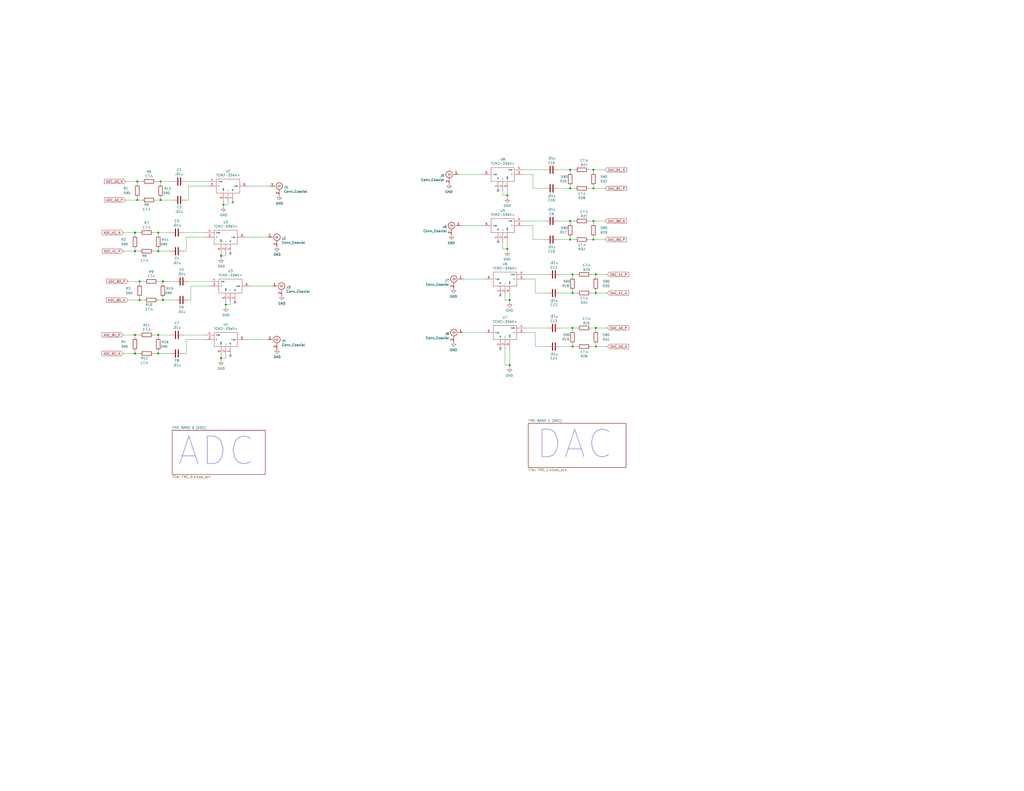
<source format=kicad_sch>
(kicad_sch (version 20211123) (generator eeschema)

  (uuid 9cb12cc8-7f1a-4a01-9256-c119f11a8a02)

  (paper "C")

  (lib_symbols
    (symbol "Connector:Conn_Coaxial" (pin_names (offset 1.016) hide) (in_bom yes) (on_board yes)
      (property "Reference" "J" (id 0) (at 0.254 3.048 0)
        (effects (font (size 1.27 1.27)))
      )
      (property "Value" "Conn_Coaxial" (id 1) (at 2.921 0 90)
        (effects (font (size 1.27 1.27)))
      )
      (property "Footprint" "" (id 2) (at 0 0 0)
        (effects (font (size 1.27 1.27)) hide)
      )
      (property "Datasheet" " ~" (id 3) (at 0 0 0)
        (effects (font (size 1.27 1.27)) hide)
      )
      (property "ki_keywords" "BNC SMA SMB SMC LEMO coaxial connector CINCH RCA" (id 4) (at 0 0 0)
        (effects (font (size 1.27 1.27)) hide)
      )
      (property "ki_description" "coaxial connector (BNC, SMA, SMB, SMC, Cinch/RCA, LEMO, ...)" (id 5) (at 0 0 0)
        (effects (font (size 1.27 1.27)) hide)
      )
      (property "ki_fp_filters" "*BNC* *SMA* *SMB* *SMC* *Cinch* *LEMO*" (id 6) (at 0 0 0)
        (effects (font (size 1.27 1.27)) hide)
      )
      (symbol "Conn_Coaxial_0_1"
        (arc (start -1.778 -0.508) (mid 0.222 -1.808) (end 1.778 0)
          (stroke (width 0.254) (type default) (color 0 0 0 0))
          (fill (type none))
        )
        (polyline
          (pts
            (xy -2.54 0)
            (xy -0.508 0)
          )
          (stroke (width 0) (type default) (color 0 0 0 0))
          (fill (type none))
        )
        (polyline
          (pts
            (xy 0 -2.54)
            (xy 0 -1.778)
          )
          (stroke (width 0) (type default) (color 0 0 0 0))
          (fill (type none))
        )
        (circle (center 0 0) (radius 0.508)
          (stroke (width 0.2032) (type default) (color 0 0 0 0))
          (fill (type none))
        )
        (arc (start 1.778 0) (mid 0.222 1.8083) (end -1.778 0.508)
          (stroke (width 0.254) (type default) (color 0 0 0 0))
          (fill (type none))
        )
      )
      (symbol "Conn_Coaxial_1_1"
        (pin passive line (at -5.08 0 0) (length 2.54)
          (name "In" (effects (font (size 1.27 1.27))))
          (number "1" (effects (font (size 1.27 1.27))))
        )
        (pin passive line (at 0 -5.08 90) (length 2.54)
          (name "Ext" (effects (font (size 1.27 1.27))))
          (number "2" (effects (font (size 1.27 1.27))))
        )
      )
    )
    (symbol "Device:C" (pin_numbers hide) (pin_names (offset 0.254)) (in_bom yes) (on_board yes)
      (property "Reference" "C" (id 0) (at 0.635 2.54 0)
        (effects (font (size 1.27 1.27)) (justify left))
      )
      (property "Value" "C" (id 1) (at 0.635 -2.54 0)
        (effects (font (size 1.27 1.27)) (justify left))
      )
      (property "Footprint" "" (id 2) (at 0.9652 -3.81 0)
        (effects (font (size 1.27 1.27)) hide)
      )
      (property "Datasheet" "~" (id 3) (at 0 0 0)
        (effects (font (size 1.27 1.27)) hide)
      )
      (property "ki_keywords" "cap capacitor" (id 4) (at 0 0 0)
        (effects (font (size 1.27 1.27)) hide)
      )
      (property "ki_description" "Unpolarized capacitor" (id 5) (at 0 0 0)
        (effects (font (size 1.27 1.27)) hide)
      )
      (property "ki_fp_filters" "C_*" (id 6) (at 0 0 0)
        (effects (font (size 1.27 1.27)) hide)
      )
      (symbol "C_0_1"
        (polyline
          (pts
            (xy -2.032 -0.762)
            (xy 2.032 -0.762)
          )
          (stroke (width 0.508) (type default) (color 0 0 0 0))
          (fill (type none))
        )
        (polyline
          (pts
            (xy -2.032 0.762)
            (xy 2.032 0.762)
          )
          (stroke (width 0.508) (type default) (color 0 0 0 0))
          (fill (type none))
        )
      )
      (symbol "C_1_1"
        (pin passive line (at 0 3.81 270) (length 2.794)
          (name "~" (effects (font (size 1.27 1.27))))
          (number "1" (effects (font (size 1.27 1.27))))
        )
        (pin passive line (at 0 -3.81 90) (length 2.794)
          (name "~" (effects (font (size 1.27 1.27))))
          (number "2" (effects (font (size 1.27 1.27))))
        )
      )
    )
    (symbol "Device:R" (pin_numbers hide) (pin_names (offset 0)) (in_bom yes) (on_board yes)
      (property "Reference" "R" (id 0) (at 2.032 0 90)
        (effects (font (size 1.27 1.27)))
      )
      (property "Value" "R" (id 1) (at 0 0 90)
        (effects (font (size 1.27 1.27)))
      )
      (property "Footprint" "" (id 2) (at -1.778 0 90)
        (effects (font (size 1.27 1.27)) hide)
      )
      (property "Datasheet" "~" (id 3) (at 0 0 0)
        (effects (font (size 1.27 1.27)) hide)
      )
      (property "ki_keywords" "R res resistor" (id 4) (at 0 0 0)
        (effects (font (size 1.27 1.27)) hide)
      )
      (property "ki_description" "Resistor" (id 5) (at 0 0 0)
        (effects (font (size 1.27 1.27)) hide)
      )
      (property "ki_fp_filters" "R_*" (id 6) (at 0 0 0)
        (effects (font (size 1.27 1.27)) hide)
      )
      (symbol "R_0_1"
        (rectangle (start -1.016 -2.54) (end 1.016 2.54)
          (stroke (width 0.254) (type default) (color 0 0 0 0))
          (fill (type none))
        )
      )
      (symbol "R_1_1"
        (pin passive line (at 0 3.81 270) (length 1.27)
          (name "~" (effects (font (size 1.27 1.27))))
          (number "1" (effects (font (size 1.27 1.27))))
        )
        (pin passive line (at 0 -3.81 90) (length 1.27)
          (name "~" (effects (font (size 1.27 1.27))))
          (number "2" (effects (font (size 1.27 1.27))))
        )
      )
    )
    (symbol "local:TCM2-33WX+" (pin_names (offset 1.016)) (in_bom yes) (on_board yes)
      (property "Reference" "U" (id 0) (at 0 10.16 0)
        (effects (font (size 1.27 1.27)))
      )
      (property "Value" "TCM2-33WX+" (id 1) (at 0 12.7 0)
        (effects (font (size 1.27 1.27)))
      )
      (property "Footprint" "" (id 2) (at 0 10.16 0)
        (effects (font (size 1.27 1.27)) hide)
      )
      (property "Datasheet" "" (id 3) (at 0 10.16 0)
        (effects (font (size 1.27 1.27)) hide)
      )
      (symbol "TCM2-33WX+_0_0"
        (pin unspecified line (at 0 -8.89 90) (length 5.08)
          (name "1" (effects (font (size 0.508 0.508))))
          (number "2" (effects (font (size 1.27 1.27))))
        )
        (pin unspecified line (at 11.43 0 180) (length 5.08)
          (name "2" (effects (font (size 0.508 0.508))))
          (number "3" (effects (font (size 1.27 1.27))))
        )
        (pin unspecified line (at 11.43 2.54 180) (length 5.08)
          (name "2_dot" (effects (font (size 0.508 0.508))))
          (number "4" (effects (font (size 1.27 1.27))))
        )
        (pin unspecified line (at 2.54 -8.89 90) (length 5.08)
          (name "GND" (effects (font (size 0.508 0.508))))
          (number "5" (effects (font (size 1.27 1.27))))
        )
        (pin unspecified line (at -11.43 0 0) (length 5.08)
          (name "1_dot" (effects (font (size 0.508 0.508))))
          (number "6" (effects (font (size 1.27 1.27))))
        )
      )
      (symbol "TCM2-33WX+_0_1"
        (rectangle (start -6.35 3.81) (end 6.35 -3.81)
          (stroke (width 0) (type default) (color 0 0 0 0))
          (fill (type none))
        )
      )
      (symbol "TCM2-33WX+_1_1"
        (pin unspecified line (at -2.54 -8.89 90) (length 5.08)
          (name "NC" (effects (font (size 0.508 0.508))))
          (number "1" (effects (font (size 1.27 1.27))))
        )
      )
    )
    (symbol "power:GND" (power) (pin_names (offset 0)) (in_bom yes) (on_board yes)
      (property "Reference" "#PWR" (id 0) (at 0 -6.35 0)
        (effects (font (size 1.27 1.27)) hide)
      )
      (property "Value" "GND" (id 1) (at 0 -3.81 0)
        (effects (font (size 1.27 1.27)))
      )
      (property "Footprint" "" (id 2) (at 0 0 0)
        (effects (font (size 1.27 1.27)) hide)
      )
      (property "Datasheet" "" (id 3) (at 0 0 0)
        (effects (font (size 1.27 1.27)) hide)
      )
      (property "ki_keywords" "power-flag" (id 4) (at 0 0 0)
        (effects (font (size 1.27 1.27)) hide)
      )
      (property "ki_description" "Power symbol creates a global label with name \"GND\" , ground" (id 5) (at 0 0 0)
        (effects (font (size 1.27 1.27)) hide)
      )
      (symbol "GND_0_1"
        (polyline
          (pts
            (xy 0 0)
            (xy 0 -1.27)
            (xy 1.27 -1.27)
            (xy 0 -2.54)
            (xy -1.27 -1.27)
            (xy 0 -1.27)
          )
          (stroke (width 0) (type default) (color 0 0 0 0))
          (fill (type none))
        )
      )
      (symbol "GND_1_1"
        (pin power_in line (at 0 0 270) (length 0) hide
          (name "GND" (effects (font (size 1.27 1.27))))
          (number "1" (effects (font (size 1.27 1.27))))
        )
      )
    )
  )

  (junction (at 86.36 193.04) (diameter 0) (color 0 0 0 0)
    (uuid 008da5b9-6f95-4113-b7d0-d93ac62efd33)
  )
  (junction (at 323.85 102.87) (diameter 0) (color 0 0 0 0)
    (uuid 0ae82096-0994-4fb0-9a2a-d4ac4804abac)
  )
  (junction (at 278.13 199.39) (diameter 0) (color 0 0 0 0)
    (uuid 212bf70c-2324-47d9-8700-59771063baeb)
  )
  (junction (at 86.36 137.16) (diameter 0) (color 0 0 0 0)
    (uuid 221bef83-3ea7-4d3f-adeb-53a8a07c6273)
  )
  (junction (at 312.42 189.23) (diameter 0) (color 0 0 0 0)
    (uuid 241e0c85-4796-48eb-a5a0-1c0f2d6e5910)
  )
  (junction (at 276.86 135.89) (diameter 0) (color 0 0 0 0)
    (uuid 25bc3602-3fb4-4a04-94e3-21ba22562c24)
  )
  (junction (at 74.93 99.06) (diameter 0) (color 0 0 0 0)
    (uuid 262f1ea9-0133-4b43-be36-456207ea857c)
  )
  (junction (at 323.85 130.81) (diameter 0) (color 0 0 0 0)
    (uuid 2c60448a-e30f-46b2-89e1-a44f51688efc)
  )
  (junction (at 120.65 195.58) (diameter 0) (color 0 0 0 0)
    (uuid 35ef9c4a-35f6-467b-a704-b1d9354880cf)
  )
  (junction (at 73.66 193.04) (diameter 0) (color 0 0 0 0)
    (uuid 3e0392c0-affc-4114-9de5-1f1cfe79418a)
  )
  (junction (at 276.86 106.68) (diameter 0) (color 0 0 0 0)
    (uuid 4b03e854-02fe-44cc-bece-f8268b7cae54)
  )
  (junction (at 87.63 99.06) (diameter 0) (color 0 0 0 0)
    (uuid 576c6616-e95d-4f1e-8ead-dea30fcdc8c2)
  )
  (junction (at 123.19 166.37) (diameter 0) (color 0 0 0 0)
    (uuid 5c30b9b4-3014-4f50-9329-27a539b67e01)
  )
  (junction (at 74.93 109.22) (diameter 0) (color 0 0 0 0)
    (uuid 5edcefbe-9766-42c8-9529-28d0ec865573)
  )
  (junction (at 86.36 127) (diameter 0) (color 0 0 0 0)
    (uuid 60ff6322-62e2-4602-9bc0-7a0f0a5ecfbf)
  )
  (junction (at 325.12 160.02) (diameter 0) (color 0 0 0 0)
    (uuid 63489ebf-0f52-43a6-a0ab-158b1a7d4988)
  )
  (junction (at 73.66 182.88) (diameter 0) (color 0 0 0 0)
    (uuid 66218487-e316-4467-9eba-79d4626ab24e)
  )
  (junction (at 121.92 111.76) (diameter 0) (color 0 0 0 0)
    (uuid 6a2b20ae-096c-4d9f-92f8-2087c865914f)
  )
  (junction (at 311.15 120.65) (diameter 0) (color 0 0 0 0)
    (uuid 713e0777-58b2-4487-baca-60d0ebed27c3)
  )
  (junction (at 312.42 160.02) (diameter 0) (color 0 0 0 0)
    (uuid 7c00778a-4692-4f9b-87d5-2d355077ce1e)
  )
  (junction (at 325.12 149.86) (diameter 0) (color 0 0 0 0)
    (uuid 7db990e4-92e1-4f99-b4d2-435bbec1ba83)
  )
  (junction (at 323.85 120.65) (diameter 0) (color 0 0 0 0)
    (uuid 869d6302-ae22-478f-9723-3feacbb12eef)
  )
  (junction (at 325.12 189.23) (diameter 0) (color 0 0 0 0)
    (uuid 87a1984f-543d-4f2e-ad8a-7a3a24ee6047)
  )
  (junction (at 86.36 182.88) (diameter 0) (color 0 0 0 0)
    (uuid 8b290a17-6328-4178-9131-29524d345539)
  )
  (junction (at 73.66 127) (diameter 0) (color 0 0 0 0)
    (uuid 9186fd02-f30d-4e17-aa38-378ab73e3908)
  )
  (junction (at 87.63 109.22) (diameter 0) (color 0 0 0 0)
    (uuid 935f462d-8b1e-4005-9f1e-17f537ab1756)
  )
  (junction (at 312.42 149.86) (diameter 0) (color 0 0 0 0)
    (uuid 97581b9a-3f6b-4e88-8768-6fdb60e6aca6)
  )
  (junction (at 312.42 179.07) (diameter 0) (color 0 0 0 0)
    (uuid 97dcf785-3264-40a1-a36e-8842acab24fb)
  )
  (junction (at 120.65 139.7) (diameter 0) (color 0 0 0 0)
    (uuid 997c2f12-73ba-4c01-9ee0-42e37cbab790)
  )
  (junction (at 311.15 130.81) (diameter 0) (color 0 0 0 0)
    (uuid a0dee8e6-f88a-4f05-aba0-bab3aafdf2bc)
  )
  (junction (at 325.12 179.07) (diameter 0) (color 0 0 0 0)
    (uuid b0054ce1-b60e-41de-a6a2-bf712784dd39)
  )
  (junction (at 73.66 137.16) (diameter 0) (color 0 0 0 0)
    (uuid b09666f9-12f1-4ee9-8877-2292c94258ca)
  )
  (junction (at 311.15 92.71) (diameter 0) (color 0 0 0 0)
    (uuid b873bc5d-a9af-4bd9-afcb-87ce4d417120)
  )
  (junction (at 311.15 102.87) (diameter 0) (color 0 0 0 0)
    (uuid b9bb0e73-161a-4d06-b6eb-a9f66d8a95f5)
  )
  (junction (at 278.13 163.83) (diameter 0) (color 0 0 0 0)
    (uuid e36988d2-ecb2-461b-a443-7006f447e828)
  )
  (junction (at 323.85 92.71) (diameter 0) (color 0 0 0 0)
    (uuid e7bb7815-0d52-4bb8-b29a-8cf960bd2905)
  )
  (junction (at 88.9 163.83) (diameter 0) (color 0 0 0 0)
    (uuid ea6fde00-59dc-4a79-a647-7e38199fae0e)
  )
  (junction (at 88.9 153.67) (diameter 0) (color 0 0 0 0)
    (uuid eab9c52c-3aa0-43a7-bc7f-7e234ff1e9f4)
  )
  (junction (at 76.2 153.67) (diameter 0) (color 0 0 0 0)
    (uuid f959907b-1cef-4760-b043-4260a660a2ae)
  )
  (junction (at 76.2 163.83) (diameter 0) (color 0 0 0 0)
    (uuid faa1812c-fdf3-47ae-9cf4-ae06a263bfbd)
  )

  (no_connect (at 273.05 161.29) (uuid 1dfbf353-5b24-4c0f-8322-8fcd514ae75e))
  (no_connect (at 128.27 165.1) (uuid 4db55cb8-197b-4402-871f-ce582b65664b))
  (no_connect (at 127 110.49) (uuid 65134029-dbd2-409a-85a8-13c2a33ff019))
  (no_connect (at 125.73 138.43) (uuid 86dc7a78-7d51-4111-9eea-8a8f7977eb16))
  (no_connect (at 271.78 104.14) (uuid 88668202-3f0b-4d07-84d4-dcd790f57272))
  (no_connect (at 273.05 190.5) (uuid a25b7e01-1754-4cc9-8a14-3d9c461e5af5))
  (no_connect (at 125.73 194.31) (uuid bdf40d30-88ff-4479-bad1-69529464b61b))
  (no_connect (at 271.78 132.08) (uuid ccc4cc25-ac17-45ef-825c-e079951ffb21))

  (wire (pts (xy 86.36 135.89) (xy 86.36 137.16))
    (stroke (width 0) (type default) (color 0 0 0 0))
    (uuid 009b5465-0a65-4237-93e7-eb65321eeb18)
  )
  (wire (pts (xy 83.82 137.16) (xy 86.36 137.16))
    (stroke (width 0) (type default) (color 0 0 0 0))
    (uuid 00f3ea8b-8a54-4e56-84ff-d98f6c00496c)
  )
  (wire (pts (xy 312.42 160.02) (xy 306.07 160.02))
    (stroke (width 0) (type default) (color 0 0 0 0))
    (uuid 01f82238-6335-48fe-8b0a-6853e227345a)
  )
  (wire (pts (xy 87.63 109.22) (xy 93.98 109.22))
    (stroke (width 0) (type default) (color 0 0 0 0))
    (uuid 0325ec43-0390-4ae2-b055-b1ec6ce17b1c)
  )
  (wire (pts (xy 311.15 92.71) (xy 304.8 92.71))
    (stroke (width 0) (type default) (color 0 0 0 0))
    (uuid 03c7f780-fc1b-487a-b30d-567d6c09fdc8)
  )
  (wire (pts (xy 67.31 193.04) (xy 73.66 193.04))
    (stroke (width 0) (type default) (color 0 0 0 0))
    (uuid 04cf2f2c-74bf-400d-b4f6-201720df00ed)
  )
  (wire (pts (xy 67.31 127) (xy 73.66 127))
    (stroke (width 0) (type default) (color 0 0 0 0))
    (uuid 0520f61d-4522-4301-a3fa-8ed0bf060f69)
  )
  (wire (pts (xy 87.63 107.95) (xy 87.63 109.22))
    (stroke (width 0) (type default) (color 0 0 0 0))
    (uuid 057af6bb-cf6f-4bfb-b0c0-2e92a2c09a47)
  )
  (wire (pts (xy 313.69 120.65) (xy 311.15 120.65))
    (stroke (width 0) (type default) (color 0 0 0 0))
    (uuid 05f2859d-2820-4e84-b395-696011feb13b)
  )
  (wire (pts (xy 137.16 156.21) (xy 148.59 156.21))
    (stroke (width 0) (type default) (color 0 0 0 0))
    (uuid 076046ab-4b56-4060-b8d9-0d80806d0277)
  )
  (wire (pts (xy 312.42 187.96) (xy 312.42 189.23))
    (stroke (width 0) (type default) (color 0 0 0 0))
    (uuid 0cc9bf07-55b9-458f-b8aa-41b2f51fa940)
  )
  (wire (pts (xy 275.59 161.29) (xy 275.59 163.83))
    (stroke (width 0) (type default) (color 0 0 0 0))
    (uuid 0dfdfa9f-1e3f-4e14-b64b-12bde76a80c7)
  )
  (wire (pts (xy 325.12 158.75) (xy 325.12 160.02))
    (stroke (width 0) (type default) (color 0 0 0 0))
    (uuid 0e249018-17e7-42b3-ae5d-5ebf3ae299ae)
  )
  (wire (pts (xy 276.86 107.95) (xy 276.86 106.68))
    (stroke (width 0) (type default) (color 0 0 0 0))
    (uuid 0f324b67-75ef-407f-8dbc-3c1fc5c2abba)
  )
  (wire (pts (xy 73.66 184.15) (xy 73.66 182.88))
    (stroke (width 0) (type default) (color 0 0 0 0))
    (uuid 0fafc6b9-fd35-4a55-9270-7a8e7ce3cb13)
  )
  (wire (pts (xy 86.36 163.83) (xy 88.9 163.83))
    (stroke (width 0) (type default) (color 0 0 0 0))
    (uuid 0fd35a3e-b394-4aae-875a-fac843f9cbb7)
  )
  (wire (pts (xy 323.85 101.6) (xy 323.85 102.87))
    (stroke (width 0) (type default) (color 0 0 0 0))
    (uuid 0fdc6f30-77bc-4e9b-8665-c8aa9acf5bf9)
  )
  (wire (pts (xy 123.19 139.7) (xy 120.65 139.7))
    (stroke (width 0) (type default) (color 0 0 0 0))
    (uuid 1199146e-a60b-416a-b503-e77d6d2892f9)
  )
  (wire (pts (xy 120.65 196.85) (xy 120.65 195.58))
    (stroke (width 0) (type default) (color 0 0 0 0))
    (uuid 12a24e86-2c38-4685-bba9-fff8dddb4cb0)
  )
  (wire (pts (xy 312.42 149.86) (xy 306.07 149.86))
    (stroke (width 0) (type default) (color 0 0 0 0))
    (uuid 13bbfffc-affb-4b43-9eb1-f2ed90a8a919)
  )
  (wire (pts (xy 264.16 181.61) (xy 252.73 181.61))
    (stroke (width 0) (type default) (color 0 0 0 0))
    (uuid 1427bb3f-0689-4b41-a816-cd79a5202fd0)
  )
  (wire (pts (xy 85.09 99.06) (xy 87.63 99.06))
    (stroke (width 0) (type default) (color 0 0 0 0))
    (uuid 173f6f06-e7d0-42ac-ab03-ce6b79b9eeee)
  )
  (wire (pts (xy 314.96 149.86) (xy 312.42 149.86))
    (stroke (width 0) (type default) (color 0 0 0 0))
    (uuid 1ab71a3c-340b-469a-ada5-4f87f0b7b2fa)
  )
  (wire (pts (xy 83.82 193.04) (xy 86.36 193.04))
    (stroke (width 0) (type default) (color 0 0 0 0))
    (uuid 1bdd5841-68b7-42e2-9447-cbdb608d8a08)
  )
  (wire (pts (xy 274.32 106.68) (xy 276.86 106.68))
    (stroke (width 0) (type default) (color 0 0 0 0))
    (uuid 1c68b844-c861-46b7-b734-0242168a4220)
  )
  (wire (pts (xy 125.73 166.37) (xy 123.19 166.37))
    (stroke (width 0) (type default) (color 0 0 0 0))
    (uuid 1f9ae101-c652-4998-a503-17aedf3d5746)
  )
  (wire (pts (xy 290.83 95.25) (xy 285.75 95.25))
    (stroke (width 0) (type default) (color 0 0 0 0))
    (uuid 224768bc-6009-43ba-aa4a-70cbaa15b5a3)
  )
  (wire (pts (xy 101.6 129.54) (xy 111.76 129.54))
    (stroke (width 0) (type default) (color 0 0 0 0))
    (uuid 26801cfb-b53b-4a6a-a2f4-5f4986565765)
  )
  (wire (pts (xy 86.36 182.88) (xy 92.71 182.88))
    (stroke (width 0) (type default) (color 0 0 0 0))
    (uuid 27b2eb82-662b-42d8-90e6-830fec4bb8d2)
  )
  (wire (pts (xy 297.18 130.81) (xy 290.83 130.81))
    (stroke (width 0) (type default) (color 0 0 0 0))
    (uuid 283c990c-ae5a-4e41-a3ad-b40ca29fe90e)
  )
  (wire (pts (xy 67.31 182.88) (xy 73.66 182.88))
    (stroke (width 0) (type default) (color 0 0 0 0))
    (uuid 2878a73c-5447-4cd9-8194-14f52ab9459c)
  )
  (wire (pts (xy 313.69 130.81) (xy 311.15 130.81))
    (stroke (width 0) (type default) (color 0 0 0 0))
    (uuid 2a1de22d-6451-488d-af77-0bf8841bd695)
  )
  (wire (pts (xy 68.58 99.06) (xy 74.93 99.06))
    (stroke (width 0) (type default) (color 0 0 0 0))
    (uuid 2e842263-c0ba-46fd-a760-6624d4c78278)
  )
  (wire (pts (xy 76.2 154.94) (xy 76.2 153.67))
    (stroke (width 0) (type default) (color 0 0 0 0))
    (uuid 30317bf0-88bb-49e7-bf8b-9f3883982225)
  )
  (wire (pts (xy 331.47 189.23) (xy 325.12 189.23))
    (stroke (width 0) (type default) (color 0 0 0 0))
    (uuid 34c0bee6-7425-4435-8857-d1fe8dfb6d89)
  )
  (wire (pts (xy 102.87 101.6) (xy 113.03 101.6))
    (stroke (width 0) (type default) (color 0 0 0 0))
    (uuid 35a9f71f-ba35-47f6-814e-4106ac36c51e)
  )
  (wire (pts (xy 312.42 179.07) (xy 306.07 179.07))
    (stroke (width 0) (type default) (color 0 0 0 0))
    (uuid 363945f6-fbef-42be-99cf-4a8a48434d92)
  )
  (wire (pts (xy 312.42 189.23) (xy 306.07 189.23))
    (stroke (width 0) (type default) (color 0 0 0 0))
    (uuid 386ad9e3-71fa-420f-8722-88548b024fc5)
  )
  (wire (pts (xy 88.9 153.67) (xy 95.25 153.67))
    (stroke (width 0) (type default) (color 0 0 0 0))
    (uuid 3e915099-a18e-49f4-89bb-abe64c2dade5)
  )
  (wire (pts (xy 101.6 193.04) (xy 101.6 185.42))
    (stroke (width 0) (type default) (color 0 0 0 0))
    (uuid 3f8a5430-68a9-4732-9b89-4e00dd8ae219)
  )
  (wire (pts (xy 311.15 102.87) (xy 304.8 102.87))
    (stroke (width 0) (type default) (color 0 0 0 0))
    (uuid 4107d40a-e5df-4255-aacc-13f9928e090c)
  )
  (wire (pts (xy 86.36 153.67) (xy 88.9 153.67))
    (stroke (width 0) (type default) (color 0 0 0 0))
    (uuid 4185c36c-c66e-4dbd-be5d-841e551f4885)
  )
  (wire (pts (xy 100.33 193.04) (xy 101.6 193.04))
    (stroke (width 0) (type default) (color 0 0 0 0))
    (uuid 42ff012d-5eb7-42b9-bb45-415cf26799c6)
  )
  (wire (pts (xy 278.13 199.39) (xy 278.13 190.5))
    (stroke (width 0) (type default) (color 0 0 0 0))
    (uuid 44035e53-ff94-45ad-801f-55a1ce042a0d)
  )
  (wire (pts (xy 68.58 109.22) (xy 74.93 109.22))
    (stroke (width 0) (type default) (color 0 0 0 0))
    (uuid 4632212f-13ce-4392-bc68-ccb9ba333770)
  )
  (wire (pts (xy 73.66 135.89) (xy 73.66 137.16))
    (stroke (width 0) (type default) (color 0 0 0 0))
    (uuid 477892a1-722e-4cda-bb6c-fcdb8ba5f93e)
  )
  (wire (pts (xy 73.66 137.16) (xy 76.2 137.16))
    (stroke (width 0) (type default) (color 0 0 0 0))
    (uuid 479331ff-c540-41f4-84e6-b48d65171e59)
  )
  (wire (pts (xy 290.83 130.81) (xy 290.83 123.19))
    (stroke (width 0) (type default) (color 0 0 0 0))
    (uuid 49575217-40b0-4890-8acf-12982cca52b5)
  )
  (wire (pts (xy 276.86 137.16) (xy 276.86 135.89))
    (stroke (width 0) (type default) (color 0 0 0 0))
    (uuid 4a54c707-7b6f-4a3d-a74d-5e3526114aba)
  )
  (wire (pts (xy 274.32 135.89) (xy 276.86 135.89))
    (stroke (width 0) (type default) (color 0 0 0 0))
    (uuid 4aa97874-2fd2-414c-b381-9420384c2fd8)
  )
  (wire (pts (xy 323.85 121.92) (xy 323.85 120.65))
    (stroke (width 0) (type default) (color 0 0 0 0))
    (uuid 4b1fce17-dec7-457e-ba3b-a77604e77dc9)
  )
  (wire (pts (xy 86.36 128.27) (xy 86.36 127))
    (stroke (width 0) (type default) (color 0 0 0 0))
    (uuid 4ba06b66-7669-4c70-b585-f5d4c9c33527)
  )
  (wire (pts (xy 290.83 123.19) (xy 285.75 123.19))
    (stroke (width 0) (type default) (color 0 0 0 0))
    (uuid 4cafb73d-1ad8-4d24-acf7-63d78095ae46)
  )
  (wire (pts (xy 73.66 127) (xy 76.2 127))
    (stroke (width 0) (type default) (color 0 0 0 0))
    (uuid 4d586a18-26c5-441e-a9ff-8125ee516126)
  )
  (wire (pts (xy 121.92 111.76) (xy 121.92 110.49))
    (stroke (width 0) (type default) (color 0 0 0 0))
    (uuid 4e315e69-0417-463a-8b7f-469a08d1496e)
  )
  (wire (pts (xy 275.59 163.83) (xy 278.13 163.83))
    (stroke (width 0) (type default) (color 0 0 0 0))
    (uuid 52a8f1be-73ca-41a8-bc24-2320706b0ec1)
  )
  (wire (pts (xy 100.33 182.88) (xy 111.76 182.88))
    (stroke (width 0) (type default) (color 0 0 0 0))
    (uuid 57276367-9ce4-4738-88d7-6e8cb94c966c)
  )
  (wire (pts (xy 311.15 120.65) (xy 304.8 120.65))
    (stroke (width 0) (type default) (color 0 0 0 0))
    (uuid 576f00e6-a1be-45d3-9b93-e26d9e0fe306)
  )
  (wire (pts (xy 123.19 194.31) (xy 123.19 195.58))
    (stroke (width 0) (type default) (color 0 0 0 0))
    (uuid 593b8647-0095-46cc-ba23-3cf2a86edb5e)
  )
  (wire (pts (xy 121.92 113.03) (xy 121.92 111.76))
    (stroke (width 0) (type default) (color 0 0 0 0))
    (uuid 59ec3156-036e-4049-89db-91a9dd07095f)
  )
  (wire (pts (xy 102.87 109.22) (xy 102.87 101.6))
    (stroke (width 0) (type default) (color 0 0 0 0))
    (uuid 5b34a16c-5a14-4291-8242-ea6d6ac54372)
  )
  (wire (pts (xy 86.36 193.04) (xy 92.71 193.04))
    (stroke (width 0) (type default) (color 0 0 0 0))
    (uuid 5d3d7893-1d11-4f1d-9052-85cf0e07d281)
  )
  (wire (pts (xy 325.12 189.23) (xy 322.58 189.23))
    (stroke (width 0) (type default) (color 0 0 0 0))
    (uuid 5d49e9a6-41dd-4072-adde-ef1036c1979b)
  )
  (wire (pts (xy 275.59 190.5) (xy 275.59 199.39))
    (stroke (width 0) (type default) (color 0 0 0 0))
    (uuid 637f12be-fa48-4ce4-96b2-04c21a8795c8)
  )
  (wire (pts (xy 73.66 193.04) (xy 76.2 193.04))
    (stroke (width 0) (type default) (color 0 0 0 0))
    (uuid 6513181c-0a6a-4560-9a18-17450c36ae2a)
  )
  (wire (pts (xy 292.1 189.23) (xy 292.1 181.61))
    (stroke (width 0) (type default) (color 0 0 0 0))
    (uuid 6a2bcc72-047b-4846-8583-1109e3552669)
  )
  (wire (pts (xy 314.96 189.23) (xy 312.42 189.23))
    (stroke (width 0) (type default) (color 0 0 0 0))
    (uuid 6cb535a7-247d-4f99-997d-c21b160eadfa)
  )
  (wire (pts (xy 292.1 152.4) (xy 287.02 152.4))
    (stroke (width 0) (type default) (color 0 0 0 0))
    (uuid 6d0c9e39-9878-44c8-8283-9a59e45006fa)
  )
  (wire (pts (xy 330.2 102.87) (xy 323.85 102.87))
    (stroke (width 0) (type default) (color 0 0 0 0))
    (uuid 700e8b73-5976-423f-a3f3-ab3d9f3e9760)
  )
  (wire (pts (xy 312.42 158.75) (xy 312.42 160.02))
    (stroke (width 0) (type default) (color 0 0 0 0))
    (uuid 71f8d568-0f23-4ff2-8e60-1600ce517a48)
  )
  (wire (pts (xy 74.93 107.95) (xy 74.93 109.22))
    (stroke (width 0) (type default) (color 0 0 0 0))
    (uuid 721d1be9-236e-470b-ba69-f1cc6c43faf9)
  )
  (wire (pts (xy 134.62 185.42) (xy 146.05 185.42))
    (stroke (width 0) (type default) (color 0 0 0 0))
    (uuid 72508b1f-1505-46cb-9d37-2081c5a12aca)
  )
  (wire (pts (xy 297.18 102.87) (xy 290.83 102.87))
    (stroke (width 0) (type default) (color 0 0 0 0))
    (uuid 752417ee-7d0b-4ac8-a22c-26669881a2ab)
  )
  (wire (pts (xy 292.1 181.61) (xy 287.02 181.61))
    (stroke (width 0) (type default) (color 0 0 0 0))
    (uuid 775e8983-a723-43c5-bf00-61681f0840f3)
  )
  (wire (pts (xy 276.86 135.89) (xy 276.86 132.08))
    (stroke (width 0) (type default) (color 0 0 0 0))
    (uuid 7760a75a-d74b-4185-b34e-cbc7b2c339b6)
  )
  (wire (pts (xy 86.36 184.15) (xy 86.36 182.88))
    (stroke (width 0) (type default) (color 0 0 0 0))
    (uuid 79476267-290e-445f-995b-0afd0e11a4b5)
  )
  (wire (pts (xy 125.73 165.1) (xy 125.73 166.37))
    (stroke (width 0) (type default) (color 0 0 0 0))
    (uuid 79770cd5-32d7-429a-8248-0d9e6212231a)
  )
  (wire (pts (xy 330.2 92.71) (xy 323.85 92.71))
    (stroke (width 0) (type default) (color 0 0 0 0))
    (uuid 79e31048-072a-4a40-a625-26bb0b5f046b)
  )
  (wire (pts (xy 124.46 110.49) (xy 124.46 111.76))
    (stroke (width 0) (type default) (color 0 0 0 0))
    (uuid 7a4ce4b3-518a-4819-b8b2-5127b3347c64)
  )
  (wire (pts (xy 87.63 100.33) (xy 87.63 99.06))
    (stroke (width 0) (type default) (color 0 0 0 0))
    (uuid 7b044939-8c4d-444f-b9e0-a15fcdeb5a86)
  )
  (wire (pts (xy 287.02 149.86) (xy 298.45 149.86))
    (stroke (width 0) (type default) (color 0 0 0 0))
    (uuid 7c2008c8-0626-4a09-a873-065e83502a0e)
  )
  (wire (pts (xy 292.1 160.02) (xy 292.1 152.4))
    (stroke (width 0) (type default) (color 0 0 0 0))
    (uuid 7c411b3e-aca2-424f-b644-2d21c9d80fa7)
  )
  (wire (pts (xy 314.96 179.07) (xy 312.42 179.07))
    (stroke (width 0) (type default) (color 0 0 0 0))
    (uuid 7c5f3091-7791-43b3-8d50-43f6a72274c9)
  )
  (wire (pts (xy 101.6 99.06) (xy 113.03 99.06))
    (stroke (width 0) (type default) (color 0 0 0 0))
    (uuid 7f2301df-e4bc-479e-a681-cc59c9a2dbbb)
  )
  (wire (pts (xy 325.12 179.07) (xy 322.58 179.07))
    (stroke (width 0) (type default) (color 0 0 0 0))
    (uuid 7f9683c1-2203-43df-8fa1-719a0dc360df)
  )
  (wire (pts (xy 323.85 93.98) (xy 323.85 92.71))
    (stroke (width 0) (type default) (color 0 0 0 0))
    (uuid 8195a7cf-4576-44dd-9e0e-ee048fdb93dd)
  )
  (wire (pts (xy 76.2 163.83) (xy 78.74 163.83))
    (stroke (width 0) (type default) (color 0 0 0 0))
    (uuid 88cb65f4-7e9e-44eb-8692-3b6e2e788a94)
  )
  (wire (pts (xy 87.63 99.06) (xy 93.98 99.06))
    (stroke (width 0) (type default) (color 0 0 0 0))
    (uuid 89e83c2e-e90a-4a50-b278-880bac0cfb49)
  )
  (wire (pts (xy 312.42 180.34) (xy 312.42 179.07))
    (stroke (width 0) (type default) (color 0 0 0 0))
    (uuid 8ac400bf-c9b3-4af4-b0a7-9aa9ab4ad17e)
  )
  (wire (pts (xy 325.12 187.96) (xy 325.12 189.23))
    (stroke (width 0) (type default) (color 0 0 0 0))
    (uuid 8cb2cd3a-4ef9-4ae5-b6bc-2b1d16f657d6)
  )
  (wire (pts (xy 325.12 149.86) (xy 322.58 149.86))
    (stroke (width 0) (type default) (color 0 0 0 0))
    (uuid 8efee08b-b92e-4ba6-8722-c058e18114fe)
  )
  (wire (pts (xy 123.19 138.43) (xy 123.19 139.7))
    (stroke (width 0) (type default) (color 0 0 0 0))
    (uuid 8fc062a7-114d-48eb-a8f8-71128838f380)
  )
  (wire (pts (xy 323.85 129.54) (xy 323.85 130.81))
    (stroke (width 0) (type default) (color 0 0 0 0))
    (uuid 901440f4-e2a6-4447-83cc-f58a2b26f5c4)
  )
  (wire (pts (xy 83.82 182.88) (xy 86.36 182.88))
    (stroke (width 0) (type default) (color 0 0 0 0))
    (uuid 955cc99e-a129-42cf-abc7-aa99813fdb5f)
  )
  (wire (pts (xy 101.6 185.42) (xy 111.76 185.42))
    (stroke (width 0) (type default) (color 0 0 0 0))
    (uuid 96de0051-7945-413a-9219-1ab367546962)
  )
  (wire (pts (xy 134.62 129.54) (xy 146.05 129.54))
    (stroke (width 0) (type default) (color 0 0 0 0))
    (uuid 9a0b74a5-4879-4b51-8e8e-6d85a0107422)
  )
  (wire (pts (xy 123.19 166.37) (xy 123.19 165.1))
    (stroke (width 0) (type default) (color 0 0 0 0))
    (uuid 9a2d648d-863a-4b7b-80f9-d537185c212b)
  )
  (wire (pts (xy 262.89 123.19) (xy 251.46 123.19))
    (stroke (width 0) (type default) (color 0 0 0 0))
    (uuid 9e813ec2-d4ce-4e2e-b379-c6fedb4c45db)
  )
  (wire (pts (xy 290.83 102.87) (xy 290.83 95.25))
    (stroke (width 0) (type default) (color 0 0 0 0))
    (uuid 9f80220c-1612-4589-b9ca-a5579617bdb8)
  )
  (wire (pts (xy 314.96 160.02) (xy 312.42 160.02))
    (stroke (width 0) (type default) (color 0 0 0 0))
    (uuid a5c8e189-1ddc-4a66-984b-e0fd1529d346)
  )
  (wire (pts (xy 74.93 100.33) (xy 74.93 99.06))
    (stroke (width 0) (type default) (color 0 0 0 0))
    (uuid a5e521b9-814e-4853-a5ac-f158785c6269)
  )
  (wire (pts (xy 330.2 130.81) (xy 323.85 130.81))
    (stroke (width 0) (type default) (color 0 0 0 0))
    (uuid a8219a78-6b33-4efa-a789-6a67ce8f7a50)
  )
  (wire (pts (xy 69.85 163.83) (xy 76.2 163.83))
    (stroke (width 0) (type default) (color 0 0 0 0))
    (uuid a8b4bc7e-da32-4fb8-b71a-d7b47c6f741f)
  )
  (wire (pts (xy 311.15 121.92) (xy 311.15 120.65))
    (stroke (width 0) (type default) (color 0 0 0 0))
    (uuid a8fb8ee0-623f-4870-a716-ecc88f37ef9a)
  )
  (wire (pts (xy 73.66 128.27) (xy 73.66 127))
    (stroke (width 0) (type default) (color 0 0 0 0))
    (uuid aa130053-a451-4f12-97f7-3d4d891a5f83)
  )
  (wire (pts (xy 101.6 137.16) (xy 101.6 129.54))
    (stroke (width 0) (type default) (color 0 0 0 0))
    (uuid aa79024d-ca7e-4c24-b127-7df08bbd0c75)
  )
  (wire (pts (xy 104.14 156.21) (xy 114.3 156.21))
    (stroke (width 0) (type default) (color 0 0 0 0))
    (uuid ae77c3c8-1144-468e-ad5b-a0b4090735bd)
  )
  (wire (pts (xy 86.36 191.77) (xy 86.36 193.04))
    (stroke (width 0) (type default) (color 0 0 0 0))
    (uuid aeb03be9-98f0-43f6-9432-1bb35aa04bab)
  )
  (wire (pts (xy 120.65 139.7) (xy 120.65 138.43))
    (stroke (width 0) (type default) (color 0 0 0 0))
    (uuid afd38b10-2eca-4abe-aed1-a96fb07ffdbe)
  )
  (wire (pts (xy 264.16 152.4) (xy 252.73 152.4))
    (stroke (width 0) (type default) (color 0 0 0 0))
    (uuid b13e8448-bf35-4ec0-9c70-3f2250718cc2)
  )
  (wire (pts (xy 313.69 102.87) (xy 311.15 102.87))
    (stroke (width 0) (type default) (color 0 0 0 0))
    (uuid b4300db7-1220-431a-b7c3-2edbdf8fa6fc)
  )
  (wire (pts (xy 276.86 106.68) (xy 276.86 104.14))
    (stroke (width 0) (type default) (color 0 0 0 0))
    (uuid b5071759-a4d7-4769-be02-251f23cd4454)
  )
  (wire (pts (xy 86.36 137.16) (xy 92.71 137.16))
    (stroke (width 0) (type default) (color 0 0 0 0))
    (uuid b52d6ff3-fef1-496e-8dd5-ebb89b6bce6a)
  )
  (wire (pts (xy 262.89 95.25) (xy 250.19 95.25))
    (stroke (width 0) (type default) (color 0 0 0 0))
    (uuid b7867831-ef82-4f33-a926-59e5c1c09b91)
  )
  (wire (pts (xy 120.65 195.58) (xy 120.65 194.31))
    (stroke (width 0) (type default) (color 0 0 0 0))
    (uuid b8b961e9-8a60-45fc-999a-a7a3baff4e0d)
  )
  (wire (pts (xy 67.31 137.16) (xy 73.66 137.16))
    (stroke (width 0) (type default) (color 0 0 0 0))
    (uuid bc0dbc57-3ae8-4ce5-a05c-2d6003bba475)
  )
  (wire (pts (xy 275.59 199.39) (xy 278.13 199.39))
    (stroke (width 0) (type default) (color 0 0 0 0))
    (uuid be2983fa-f06e-485e-bea1-3dd96b916ec5)
  )
  (wire (pts (xy 311.15 101.6) (xy 311.15 102.87))
    (stroke (width 0) (type default) (color 0 0 0 0))
    (uuid c04386e0-b49e-4fff-b380-675af13a62cb)
  )
  (wire (pts (xy 88.9 162.56) (xy 88.9 163.83))
    (stroke (width 0) (type default) (color 0 0 0 0))
    (uuid c088f712-1abe-4cac-9a8b-d564931395aa)
  )
  (wire (pts (xy 285.75 120.65) (xy 297.18 120.65))
    (stroke (width 0) (type default) (color 0 0 0 0))
    (uuid c1bac86f-cbf6-4c5b-b60d-c26fa73d9c09)
  )
  (wire (pts (xy 74.93 99.06) (xy 77.47 99.06))
    (stroke (width 0) (type default) (color 0 0 0 0))
    (uuid c1c799a0-3c93-493a-9ad7-8a0561bc69ee)
  )
  (wire (pts (xy 104.14 163.83) (xy 104.14 156.21))
    (stroke (width 0) (type default) (color 0 0 0 0))
    (uuid c3c499b1-9227-4e4b-9982-f9f1aa6203b9)
  )
  (wire (pts (xy 101.6 109.22) (xy 102.87 109.22))
    (stroke (width 0) (type default) (color 0 0 0 0))
    (uuid c701ee8e-1214-4781-a973-17bef7b6e3eb)
  )
  (wire (pts (xy 331.47 149.86) (xy 325.12 149.86))
    (stroke (width 0) (type default) (color 0 0 0 0))
    (uuid c71f56c1-5b7c-4373-9716-fffac482104c)
  )
  (wire (pts (xy 313.69 92.71) (xy 311.15 92.71))
    (stroke (width 0) (type default) (color 0 0 0 0))
    (uuid c76d4423-ef1b-4a6f-8176-33d65f2877bb)
  )
  (wire (pts (xy 100.33 137.16) (xy 101.6 137.16))
    (stroke (width 0) (type default) (color 0 0 0 0))
    (uuid c7af8405-da2e-4a34-b9b8-518f342f8995)
  )
  (wire (pts (xy 298.45 189.23) (xy 292.1 189.23))
    (stroke (width 0) (type default) (color 0 0 0 0))
    (uuid c873689a-d206-42f5-aead-9199b4d63f51)
  )
  (wire (pts (xy 325.12 180.34) (xy 325.12 179.07))
    (stroke (width 0) (type default) (color 0 0 0 0))
    (uuid c8ab8246-b2bb-4b06-b45e-2548482466fd)
  )
  (wire (pts (xy 83.82 127) (xy 86.36 127))
    (stroke (width 0) (type default) (color 0 0 0 0))
    (uuid c8b92953-cd23-44e6-85ce-083fb8c3f20f)
  )
  (wire (pts (xy 285.75 92.71) (xy 297.18 92.71))
    (stroke (width 0) (type default) (color 0 0 0 0))
    (uuid cada57e2-1fa7-4b9d-a2a0-2218773d5c50)
  )
  (wire (pts (xy 85.09 109.22) (xy 87.63 109.22))
    (stroke (width 0) (type default) (color 0 0 0 0))
    (uuid cb16d05e-318b-4e51-867b-70d791d75bea)
  )
  (wire (pts (xy 76.2 153.67) (xy 78.74 153.67))
    (stroke (width 0) (type default) (color 0 0 0 0))
    (uuid cb721686-5255-4788-a3b0-ce4312e32eb7)
  )
  (wire (pts (xy 120.65 140.97) (xy 120.65 139.7))
    (stroke (width 0) (type default) (color 0 0 0 0))
    (uuid cc15f583-a41b-43af-ba94-a75455506a96)
  )
  (wire (pts (xy 69.85 153.67) (xy 76.2 153.67))
    (stroke (width 0) (type default) (color 0 0 0 0))
    (uuid cc48dd41-7768-48d3-b096-2c4cc2126c9d)
  )
  (wire (pts (xy 325.12 151.13) (xy 325.12 149.86))
    (stroke (width 0) (type default) (color 0 0 0 0))
    (uuid cd5e758d-cb66-484a-ae8b-21f53ceee49e)
  )
  (wire (pts (xy 287.02 179.07) (xy 298.45 179.07))
    (stroke (width 0) (type default) (color 0 0 0 0))
    (uuid cee2f43a-7d22-4585-a857-73949bd17a9d)
  )
  (wire (pts (xy 73.66 191.77) (xy 73.66 193.04))
    (stroke (width 0) (type default) (color 0 0 0 0))
    (uuid cf815d51-c956-4c5a-adde-c373cb025b07)
  )
  (wire (pts (xy 278.13 163.83) (xy 278.13 161.29))
    (stroke (width 0) (type default) (color 0 0 0 0))
    (uuid d102186a-5b58-41d0-9985-3dbb3593f397)
  )
  (wire (pts (xy 323.85 92.71) (xy 321.31 92.71))
    (stroke (width 0) (type default) (color 0 0 0 0))
    (uuid d2d7bea6-0c22-495f-8666-323b30e03150)
  )
  (wire (pts (xy 124.46 111.76) (xy 121.92 111.76))
    (stroke (width 0) (type default) (color 0 0 0 0))
    (uuid d39d813e-3e64-490c-ba5c-a64bb5ad6bd0)
  )
  (wire (pts (xy 88.9 154.94) (xy 88.9 153.67))
    (stroke (width 0) (type default) (color 0 0 0 0))
    (uuid d3d57924-54a6-421d-a3a0-a044fc909e88)
  )
  (wire (pts (xy 76.2 162.56) (xy 76.2 163.83))
    (stroke (width 0) (type default) (color 0 0 0 0))
    (uuid d4db7f11-8cfe-40d2-b021-b36f05241701)
  )
  (wire (pts (xy 323.85 130.81) (xy 321.31 130.81))
    (stroke (width 0) (type default) (color 0 0 0 0))
    (uuid d66d3c12-11ce-4566-9a45-962e329503d8)
  )
  (wire (pts (xy 311.15 130.81) (xy 304.8 130.81))
    (stroke (width 0) (type default) (color 0 0 0 0))
    (uuid d7e5a060-eb57-4238-9312-26bc885fc97d)
  )
  (wire (pts (xy 312.42 151.13) (xy 312.42 149.86))
    (stroke (width 0) (type default) (color 0 0 0 0))
    (uuid dbe92a0d-89cb-4d3f-9497-c2c1d93a3018)
  )
  (wire (pts (xy 278.13 200.66) (xy 278.13 199.39))
    (stroke (width 0) (type default) (color 0 0 0 0))
    (uuid dc1d84c8-33da-4489-be8e-2a1de3001779)
  )
  (wire (pts (xy 274.32 104.14) (xy 274.32 106.68))
    (stroke (width 0) (type default) (color 0 0 0 0))
    (uuid dc2801a1-d539-4721-b31f-fe196b9f13df)
  )
  (wire (pts (xy 73.66 182.88) (xy 76.2 182.88))
    (stroke (width 0) (type default) (color 0 0 0 0))
    (uuid dca1d7db-c913-4d73-a2cc-fdc9651eda69)
  )
  (wire (pts (xy 323.85 102.87) (xy 321.31 102.87))
    (stroke (width 0) (type default) (color 0 0 0 0))
    (uuid e0f06b5c-de63-4833-a591-ca9e19217a35)
  )
  (wire (pts (xy 323.85 120.65) (xy 321.31 120.65))
    (stroke (width 0) (type default) (color 0 0 0 0))
    (uuid e1b88aa4-d887-4eea-83ff-5c009f4390c4)
  )
  (wire (pts (xy 278.13 165.1) (xy 278.13 163.83))
    (stroke (width 0) (type default) (color 0 0 0 0))
    (uuid e300709f-6c72-488d-a598-efcbd6d3af54)
  )
  (wire (pts (xy 100.33 127) (xy 111.76 127))
    (stroke (width 0) (type default) (color 0 0 0 0))
    (uuid e32ee344-1030-4498-9cac-bfbf7540faf4)
  )
  (wire (pts (xy 123.19 167.64) (xy 123.19 166.37))
    (stroke (width 0) (type default) (color 0 0 0 0))
    (uuid e5b328f6-dc69-4905-ae98-2dc3200a51d6)
  )
  (wire (pts (xy 135.89 101.6) (xy 147.32 101.6))
    (stroke (width 0) (type default) (color 0 0 0 0))
    (uuid e65b62be-e01b-4688-a999-1d1be370c4ae)
  )
  (wire (pts (xy 325.12 160.02) (xy 322.58 160.02))
    (stroke (width 0) (type default) (color 0 0 0 0))
    (uuid e6d68f56-4a40-4849-b8d1-13d5ca292900)
  )
  (wire (pts (xy 86.36 127) (xy 92.71 127))
    (stroke (width 0) (type default) (color 0 0 0 0))
    (uuid e7369115-d491-4ef3-be3d-f5298992c3e8)
  )
  (wire (pts (xy 102.87 153.67) (xy 114.3 153.67))
    (stroke (width 0) (type default) (color 0 0 0 0))
    (uuid e97b5984-9f0f-43a4-9b8a-838eef4cceb2)
  )
  (wire (pts (xy 74.93 109.22) (xy 77.47 109.22))
    (stroke (width 0) (type default) (color 0 0 0 0))
    (uuid ec5c2062-3a41-4636-8803-069e60a1641a)
  )
  (wire (pts (xy 311.15 129.54) (xy 311.15 130.81))
    (stroke (width 0) (type default) (color 0 0 0 0))
    (uuid f19c9655-8ddb-411a-96dd-bd986870c3c6)
  )
  (wire (pts (xy 330.2 120.65) (xy 323.85 120.65))
    (stroke (width 0) (type default) (color 0 0 0 0))
    (uuid f3044f68-903d-4063-b253-30d8e3a83eae)
  )
  (wire (pts (xy 123.19 195.58) (xy 120.65 195.58))
    (stroke (width 0) (type default) (color 0 0 0 0))
    (uuid f357ddb5-3f44-43b0-b00d-d64f5c62ba4a)
  )
  (wire (pts (xy 298.45 160.02) (xy 292.1 160.02))
    (stroke (width 0) (type default) (color 0 0 0 0))
    (uuid f4a8afbe-ed68-4253-959f-6be4d2cbf8c5)
  )
  (wire (pts (xy 331.47 179.07) (xy 325.12 179.07))
    (stroke (width 0) (type default) (color 0 0 0 0))
    (uuid f5c43e09-08d6-4a29-a53a-3b9ea7fb34cd)
  )
  (wire (pts (xy 88.9 163.83) (xy 95.25 163.83))
    (stroke (width 0) (type default) (color 0 0 0 0))
    (uuid f73b5500-6337-4860-a114-6e307f65ec9f)
  )
  (wire (pts (xy 311.15 93.98) (xy 311.15 92.71))
    (stroke (width 0) (type default) (color 0 0 0 0))
    (uuid f7667b23-296e-4362-a7e3-949632c8954b)
  )
  (wire (pts (xy 102.87 163.83) (xy 104.14 163.83))
    (stroke (width 0) (type default) (color 0 0 0 0))
    (uuid fb30f9bb-6a0b-4d8a-82b0-266eab794bc6)
  )
  (wire (pts (xy 331.47 160.02) (xy 325.12 160.02))
    (stroke (width 0) (type default) (color 0 0 0 0))
    (uuid fc4ad874-c922-4070-89f9-7262080469d8)
  )
  (wire (pts (xy 274.32 132.08) (xy 274.32 135.89))
    (stroke (width 0) (type default) (color 0 0 0 0))
    (uuid fe14c012-3d58-4e5e-9a37-4b9765a7f764)
  )

  (text "ADC" (at 96.52 255.27 0)
    (effects (font (size 15.0114 15.0114)) (justify left bottom))
    (uuid 597a11f2-5d2c-4a65-ac95-38ad106e1367)
  )
  (text "DAC" (at 292.1 251.46 0)
    (effects (font (size 15.0114 15.0114)) (justify left bottom))
    (uuid 926001fd-2747-4639-8c0f-4fc46ff7218d)
  )

  (global_label "ADC_B1_N" (shape input) (at 67.31 193.04 180) (fields_autoplaced)
    (effects (font (size 1.27 1.27)) (justify right))
    (uuid 0351df45-d042-41d4-ba35-88092c7be2fc)
    (property "Intersheet References" "${INTERSHEET_REFS}" (id 0) (at 0 0 0)
      (effects (font (size 1.27 1.27)) hide)
    )
  )
  (global_label "ADC_A1_N" (shape input) (at 67.31 127 180) (fields_autoplaced)
    (effects (font (size 1.27 1.27)) (justify right))
    (uuid 0e1ed1c5-7428-4dc7-b76e-49b2d5f8177d)
    (property "Intersheet References" "${INTERSHEET_REFS}" (id 0) (at 0 0 0)
      (effects (font (size 1.27 1.27)) hide)
    )
  )
  (global_label "DAC_B0_N" (shape input) (at 330.2 120.65 0) (fields_autoplaced)
    (effects (font (size 1.27 1.27)) (justify left))
    (uuid 20cca02e-4c4d-4961-b6b4-b40a1731b220)
    (property "Intersheet References" "${INTERSHEET_REFS}" (id 0) (at 0 0 0)
      (effects (font (size 1.27 1.27)) hide)
    )
  )
  (global_label "DAC_B1_P" (shape input) (at 330.2 102.87 0) (fields_autoplaced)
    (effects (font (size 1.27 1.27)) (justify left))
    (uuid 22999e73-da32-43a5-9163-4b3a41614f25)
    (property "Intersheet References" "${INTERSHEET_REFS}" (id 0) (at 0 0 0)
      (effects (font (size 1.27 1.27)) hide)
    )
  )
  (global_label "DAC_A1_P" (shape input) (at 331.47 149.86 0) (fields_autoplaced)
    (effects (font (size 1.27 1.27)) (justify left))
    (uuid 240c10af-51b5-420e-a6f4-a2c8f5db1db5)
    (property "Intersheet References" "${INTERSHEET_REFS}" (id 0) (at 0 0 0)
      (effects (font (size 1.27 1.27)) hide)
    )
  )
  (global_label "ADC_B0_N" (shape input) (at 69.85 163.83 180) (fields_autoplaced)
    (effects (font (size 1.27 1.27)) (justify right))
    (uuid 2d67a417-188f-4014-9282-000265d80009)
    (property "Intersheet References" "${INTERSHEET_REFS}" (id 0) (at 0 0 0)
      (effects (font (size 1.27 1.27)) hide)
    )
  )
  (global_label "ADC_B1_P" (shape input) (at 67.31 182.88 180) (fields_autoplaced)
    (effects (font (size 1.27 1.27)) (justify right))
    (uuid 37e8181c-a81e-498b-b2e2-0aef0c391059)
    (property "Intersheet References" "${INTERSHEET_REFS}" (id 0) (at 0 0 0)
      (effects (font (size 1.27 1.27)) hide)
    )
  )
  (global_label "ADC_B0_P" (shape input) (at 69.85 153.67 180) (fields_autoplaced)
    (effects (font (size 1.27 1.27)) (justify right))
    (uuid 477311b9-8f81-40c8-9c55-fd87e287247a)
    (property "Intersheet References" "${INTERSHEET_REFS}" (id 0) (at 0 0 0)
      (effects (font (size 1.27 1.27)) hide)
    )
  )
  (global_label "DAC_A1_N" (shape input) (at 331.47 160.02 0) (fields_autoplaced)
    (effects (font (size 1.27 1.27)) (justify left))
    (uuid 592f25e6-a01b-47fd-8172-3da01117d00a)
    (property "Intersheet References" "${INTERSHEET_REFS}" (id 0) (at 0 0 0)
      (effects (font (size 1.27 1.27)) hide)
    )
  )
  (global_label "DAC_A0_N" (shape input) (at 331.47 189.23 0) (fields_autoplaced)
    (effects (font (size 1.27 1.27)) (justify left))
    (uuid 658dad07-97fd-466c-8b49-21892ac96ea4)
    (property "Intersheet References" "${INTERSHEET_REFS}" (id 0) (at 0 0 0)
      (effects (font (size 1.27 1.27)) hide)
    )
  )
  (global_label "DAC_A0_P" (shape input) (at 331.47 179.07 0) (fields_autoplaced)
    (effects (font (size 1.27 1.27)) (justify left))
    (uuid 81a15393-727e-448b-a777-b18773023d89)
    (property "Intersheet References" "${INTERSHEET_REFS}" (id 0) (at 0 0 0)
      (effects (font (size 1.27 1.27)) hide)
    )
  )
  (global_label "ADC_A0_N" (shape input) (at 68.58 99.06 180) (fields_autoplaced)
    (effects (font (size 1.27 1.27)) (justify right))
    (uuid 8d9a3ecc-539f-41da-8099-d37cea9c28e7)
    (property "Intersheet References" "${INTERSHEET_REFS}" (id 0) (at 0 0 0)
      (effects (font (size 1.27 1.27)) hide)
    )
  )
  (global_label "DAC_B0_P" (shape input) (at 330.2 130.81 0) (fields_autoplaced)
    (effects (font (size 1.27 1.27)) (justify left))
    (uuid a29f8df0-3fae-4edf-8d9c-bd5a875b13e3)
    (property "Intersheet References" "${INTERSHEET_REFS}" (id 0) (at 0 0 0)
      (effects (font (size 1.27 1.27)) hide)
    )
  )
  (global_label "ADC_A1_P" (shape input) (at 67.31 137.16 180) (fields_autoplaced)
    (effects (font (size 1.27 1.27)) (justify right))
    (uuid aa2ea573-3f20-43c1-aa99-1f9c6031a9aa)
    (property "Intersheet References" "${INTERSHEET_REFS}" (id 0) (at 0 0 0)
      (effects (font (size 1.27 1.27)) hide)
    )
  )
  (global_label "ADC_A0_P" (shape input) (at 68.58 109.22 180) (fields_autoplaced)
    (effects (font (size 1.27 1.27)) (justify right))
    (uuid b447dbb1-d38e-4a15-93cb-12c25382ea53)
    (property "Intersheet References" "${INTERSHEET_REFS}" (id 0) (at 0 0 0)
      (effects (font (size 1.27 1.27)) hide)
    )
  )
  (global_label "DAC_B1_N" (shape input) (at 330.2 92.71 0) (fields_autoplaced)
    (effects (font (size 1.27 1.27)) (justify left))
    (uuid c09938fd-06b9-4771-9f63-2311626243b3)
    (property "Intersheet References" "${INTERSHEET_REFS}" (id 0) (at 0 0 0)
      (effects (font (size 1.27 1.27)) hide)
    )
  )

  (symbol (lib_id "Device:C") (at 300.99 102.87 90) (unit 1)
    (in_bom yes) (on_board yes)
    (uuid 00000000-0000-0000-0000-000060479e37)
    (property "Reference" "C16" (id 0) (at 300.99 109.2708 90))
    (property "Value" ".01u" (id 1) (at 300.99 106.9594 90))
    (property "Footprint" "Capacitor_SMD:C_0402_1005Metric" (id 2) (at 304.8 101.9048 0)
      (effects (font (size 1.27 1.27)) hide)
    )
    (property "Datasheet" "~" (id 3) (at 300.99 102.87 0)
      (effects (font (size 1.27 1.27)) hide)
    )
    (pin "1" (uuid 53c7bcec-e14f-4aac-8334-9f571d215a45))
    (pin "2" (uuid d6ee7597-b51d-41d6-ac49-323cfce009cf))
  )

  (symbol (lib_id "local:TCM2-33WX+") (at 274.32 95.25 0) (unit 1)
    (in_bom yes) (on_board yes)
    (uuid 00000000-0000-0000-0000-000060479e3d)
    (property "Reference" "U8" (id 0) (at 274.32 86.995 0))
    (property "Value" "TCM2-33WX+" (id 1) (at 274.32 89.3064 0))
    (property "Footprint" "MINICIRCUITS:XFMR_TCM2-33WX+" (id 2) (at 274.32 85.09 0)
      (effects (font (size 1.27 1.27)) hide)
    )
    (property "Datasheet" "https://www.minicircuits.com/WebStore/dashboard.html?model=TCM2-33WX%2B" (id 3) (at 274.32 85.09 0)
      (effects (font (size 1.27 1.27)) hide)
    )
    (pin "2" (uuid a4977b1b-bb89-4e17-97dc-d3951cd5bc7b))
    (pin "3" (uuid 5b8555c1-637c-4f2d-8aa7-a5891ef8819f))
    (pin "4" (uuid 471c9a35-b8d2-40eb-9587-d7f4b6b0fe17))
    (pin "5" (uuid 0c233b21-fa6f-4f67-a10f-5ba2b8bb8d13))
    (pin "6" (uuid 1fc9a580-7b3d-457d-a67d-36877ba0bf9d))
    (pin "1" (uuid cbe068f8-08a0-4d82-977d-d526d61a0c44))
  )

  (symbol (lib_id "Device:C") (at 300.99 92.71 90) (unit 1)
    (in_bom yes) (on_board yes)
    (uuid 00000000-0000-0000-0000-000060479e45)
    (property "Reference" "C15" (id 0) (at 300.99 88.9 90))
    (property "Value" ".01u" (id 1) (at 300.99 86.36 90))
    (property "Footprint" "Capacitor_SMD:C_0402_1005Metric" (id 2) (at 304.8 91.7448 0)
      (effects (font (size 1.27 1.27)) hide)
    )
    (property "Datasheet" "~" (id 3) (at 300.99 92.71 0)
      (effects (font (size 1.27 1.27)) hide)
    )
    (pin "1" (uuid dfc1ce93-3cf0-4be2-918f-5602c05b2d25))
    (pin "2" (uuid 9454962b-e87f-4973-9da6-787307294790))
  )

  (symbol (lib_id "Connector:Conn_Coaxial") (at 245.11 95.25 0) (mirror y) (unit 1)
    (in_bom yes) (on_board yes)
    (uuid 00000000-0000-0000-0000-000060479e4e)
    (property "Reference" "J5" (id 0) (at 242.57 95.885 0)
      (effects (font (size 1.27 1.27)) (justify left))
    )
    (property "Value" "Conn_Coaxial" (id 1) (at 242.57 98.1964 0)
      (effects (font (size 1.27 1.27)) (justify left))
    )
    (property "Footprint" "Connector_Coaxial:SMA_Amphenol_132289_EdgeMount" (id 2) (at 245.11 95.25 0)
      (effects (font (size 1.27 1.27)) hide)
    )
    (property "Datasheet" " ~" (id 3) (at 245.11 95.25 0)
      (effects (font (size 1.27 1.27)) hide)
    )
    (pin "1" (uuid efa84d4e-60ed-471d-8a30-cef0120de1c5))
    (pin "2" (uuid 6ac7c3a5-0d73-4348-ae18-cb77880cbcd3))
  )

  (symbol (lib_id "power:GND") (at 276.86 107.95 0) (mirror y) (unit 1)
    (in_bom yes) (on_board yes)
    (uuid 00000000-0000-0000-0000-000060479e55)
    (property "Reference" "#PWR016" (id 0) (at 276.86 114.3 0)
      (effects (font (size 1.27 1.27)) hide)
    )
    (property "Value" "GND" (id 1) (at 276.733 112.3442 0))
    (property "Footprint" "" (id 2) (at 276.86 107.95 0)
      (effects (font (size 1.27 1.27)) hide)
    )
    (property "Datasheet" "" (id 3) (at 276.86 107.95 0)
      (effects (font (size 1.27 1.27)) hide)
    )
    (pin "1" (uuid 9ea32cf7-0dde-466b-8032-5a4e824b32b7))
  )

  (symbol (lib_id "power:GND") (at 245.11 100.33 0) (mirror y) (unit 1)
    (in_bom yes) (on_board yes)
    (uuid 00000000-0000-0000-0000-000060479e5c)
    (property "Reference" "#PWR09" (id 0) (at 245.11 106.68 0)
      (effects (font (size 1.27 1.27)) hide)
    )
    (property "Value" "GND" (id 1) (at 244.983 104.7242 0))
    (property "Footprint" "" (id 2) (at 245.11 100.33 0)
      (effects (font (size 1.27 1.27)) hide)
    )
    (property "Datasheet" "" (id 3) (at 245.11 100.33 0)
      (effects (font (size 1.27 1.27)) hide)
    )
    (pin "1" (uuid 9be57e41-f0ec-415d-abff-9367fc739b63))
  )

  (symbol (lib_id "Device:R") (at 311.15 97.79 180) (unit 1)
    (in_bom yes) (on_board yes)
    (uuid 00000000-0000-0000-0000-000060479e62)
    (property "Reference" "R20" (id 0) (at 309.372 98.9584 0)
      (effects (font (size 1.27 1.27)) (justify left))
    )
    (property "Value" "590" (id 1) (at 309.88 96.52 0)
      (effects (font (size 1.27 1.27)) (justify left))
    )
    (property "Footprint" "Resistor_SMD:R_0402_1005Metric" (id 2) (at 312.928 97.79 90)
      (effects (font (size 1.27 1.27)) hide)
    )
    (property "Datasheet" "~" (id 3) (at 311.15 97.79 0)
      (effects (font (size 1.27 1.27)) hide)
    )
    (pin "1" (uuid 2979e3a0-3605-49e3-aa66-4b2a3861df27))
    (pin "2" (uuid 177e875f-4785-4de5-b99b-a835ba318a44))
  )

  (symbol (lib_id "Device:R") (at 317.5 102.87 90) (unit 1)
    (in_bom yes) (on_board yes)
    (uuid 00000000-0000-0000-0000-000060479e68)
    (property "Reference" "R28" (id 0) (at 317.5 108.1278 90))
    (property "Value" "17.4" (id 1) (at 317.5 105.8164 90))
    (property "Footprint" "Resistor_SMD:R_0402_1005Metric" (id 2) (at 317.5 104.648 90)
      (effects (font (size 1.27 1.27)) hide)
    )
    (property "Datasheet" "~" (id 3) (at 317.5 102.87 0)
      (effects (font (size 1.27 1.27)) hide)
    )
    (pin "1" (uuid 89713f39-a2eb-4d3d-87b7-3fd5d49eebaf))
    (pin "2" (uuid 32577c02-3baa-4011-ae6a-1117a56e51fb))
  )

  (symbol (lib_id "Device:R") (at 317.5 92.71 90) (unit 1)
    (in_bom yes) (on_board yes)
    (uuid 00000000-0000-0000-0000-000060479e6e)
    (property "Reference" "R27" (id 0) (at 318.77 90.17 90))
    (property "Value" "17.4" (id 1) (at 318.77 87.63 90))
    (property "Footprint" "Resistor_SMD:R_0402_1005Metric" (id 2) (at 317.5 94.488 90)
      (effects (font (size 1.27 1.27)) hide)
    )
    (property "Datasheet" "~" (id 3) (at 317.5 92.71 0)
      (effects (font (size 1.27 1.27)) hide)
    )
    (pin "1" (uuid e1066969-8403-4e10-840b-5e645ff39065))
    (pin "2" (uuid f70aca5d-9034-4428-b189-0fb988a008af))
  )

  (symbol (lib_id "Device:R") (at 323.85 97.79 180) (unit 1)
    (in_bom yes) (on_board yes)
    (uuid 00000000-0000-0000-0000-000060479e74)
    (property "Reference" "R32" (id 0) (at 331.47 99.06 0)
      (effects (font (size 1.27 1.27)) (justify left))
    )
    (property "Value" "590" (id 1) (at 331.47 96.52 0)
      (effects (font (size 1.27 1.27)) (justify left))
    )
    (property "Footprint" "Resistor_SMD:R_0402_1005Metric" (id 2) (at 325.628 97.79 90)
      (effects (font (size 1.27 1.27)) hide)
    )
    (property "Datasheet" "~" (id 3) (at 323.85 97.79 0)
      (effects (font (size 1.27 1.27)) hide)
    )
    (pin "1" (uuid 44375d4a-2bf0-46f1-b2fa-9bbbb84fbeba))
    (pin "2" (uuid 5ceca855-608f-4200-94f3-c97d4e54770d))
  )

  (symbol (lib_id "Device:C") (at 96.52 127 270) (unit 1)
    (in_bom yes) (on_board yes)
    (uuid 00000000-0000-0000-0000-0000604bc4ac)
    (property "Reference" "C3" (id 0) (at 96.52 120.5992 90))
    (property "Value" ".01u" (id 1) (at 96.52 122.9106 90))
    (property "Footprint" "Capacitor_SMD:C_0402_1005Metric" (id 2) (at 92.71 127.9652 0)
      (effects (font (size 1.27 1.27)) hide)
    )
    (property "Datasheet" "~" (id 3) (at 96.52 127 0)
      (effects (font (size 1.27 1.27)) hide)
    )
    (pin "1" (uuid 0cdb9fee-dbaa-45a1-9eb4-2d0633e3aad5))
    (pin "2" (uuid a6a39e60-aaf5-4e03-8c4b-e8647b7da318))
  )

  (symbol (lib_id "local:TCM2-33WX+") (at 123.19 129.54 0) (mirror y) (unit 1)
    (in_bom yes) (on_board yes)
    (uuid 00000000-0000-0000-0000-0000604bc4b2)
    (property "Reference" "U2" (id 0) (at 123.19 121.285 0))
    (property "Value" "TCM2-33WX+" (id 1) (at 123.19 123.5964 0))
    (property "Footprint" "MINICIRCUITS:XFMR_TCM2-33WX+" (id 2) (at 123.19 119.38 0)
      (effects (font (size 1.27 1.27)) hide)
    )
    (property "Datasheet" "https://www.minicircuits.com/WebStore/dashboard.html?model=TCM2-33WX%2B" (id 3) (at 123.19 119.38 0)
      (effects (font (size 1.27 1.27)) hide)
    )
    (pin "2" (uuid bac9f9a5-0a22-494b-b55e-b9348dcffafc))
    (pin "3" (uuid 561daeeb-02a1-4638-bb86-ba34c714e9c3))
    (pin "4" (uuid a04d49d2-07a6-45c0-b682-9328e6046e78))
    (pin "5" (uuid 8bfdfbc6-d968-4133-b3ab-7a5cc25ba14a))
    (pin "6" (uuid cd4af63e-8d5d-4829-b7f4-de3802ed33f4))
    (pin "1" (uuid a5a0fe1a-b39b-4a8a-8c40-81d69b94d659))
  )

  (symbol (lib_id "Device:C") (at 96.52 137.16 270) (unit 1)
    (in_bom yes) (on_board yes)
    (uuid 00000000-0000-0000-0000-0000604bc4ba)
    (property "Reference" "C4" (id 0) (at 96.52 140.97 90))
    (property "Value" ".01u" (id 1) (at 96.52 143.51 90))
    (property "Footprint" "Capacitor_SMD:C_0402_1005Metric" (id 2) (at 92.71 138.1252 0)
      (effects (font (size 1.27 1.27)) hide)
    )
    (property "Datasheet" "~" (id 3) (at 96.52 137.16 0)
      (effects (font (size 1.27 1.27)) hide)
    )
    (pin "1" (uuid 93cb0850-e0d8-47cc-98a4-e362e26be30c))
    (pin "2" (uuid 7d7486ae-aeaa-4bbe-ab12-2142f8812c98))
  )

  (symbol (lib_id "Connector:Conn_Coaxial") (at 151.13 129.54 0) (unit 1)
    (in_bom yes) (on_board yes)
    (uuid 00000000-0000-0000-0000-0000604bc4c3)
    (property "Reference" "J2" (id 0) (at 153.67 130.175 0)
      (effects (font (size 1.27 1.27)) (justify left))
    )
    (property "Value" "Conn_Coaxial" (id 1) (at 153.67 132.4864 0)
      (effects (font (size 1.27 1.27)) (justify left))
    )
    (property "Footprint" "Connector_Coaxial:SMA_Amphenol_132289_EdgeMount" (id 2) (at 151.13 129.54 0)
      (effects (font (size 1.27 1.27)) hide)
    )
    (property "Datasheet" " ~" (id 3) (at 151.13 129.54 0)
      (effects (font (size 1.27 1.27)) hide)
    )
    (pin "1" (uuid ae3c0c32-d5ca-4021-8765-9393bbd33f59))
    (pin "2" (uuid 848e24c9-eedb-47ed-a35d-4da47c5829ed))
  )

  (symbol (lib_id "power:GND") (at 120.65 140.97 0) (unit 1)
    (in_bom yes) (on_board yes)
    (uuid 00000000-0000-0000-0000-0000604bc4ca)
    (property "Reference" "#PWR02" (id 0) (at 120.65 147.32 0)
      (effects (font (size 1.27 1.27)) hide)
    )
    (property "Value" "GND" (id 1) (at 120.777 145.3642 0))
    (property "Footprint" "" (id 2) (at 120.65 140.97 0)
      (effects (font (size 1.27 1.27)) hide)
    )
    (property "Datasheet" "" (id 3) (at 120.65 140.97 0)
      (effects (font (size 1.27 1.27)) hide)
    )
    (pin "1" (uuid ead0d230-d4a3-4935-a132-b2be1e9752c6))
  )

  (symbol (lib_id "power:GND") (at 151.13 134.62 0) (unit 1)
    (in_bom yes) (on_board yes)
    (uuid 00000000-0000-0000-0000-0000604bc4d1)
    (property "Reference" "#PWR06" (id 0) (at 151.13 140.97 0)
      (effects (font (size 1.27 1.27)) hide)
    )
    (property "Value" "GND" (id 1) (at 151.257 139.0142 0))
    (property "Footprint" "" (id 2) (at 151.13 134.62 0)
      (effects (font (size 1.27 1.27)) hide)
    )
    (property "Datasheet" "" (id 3) (at 151.13 134.62 0)
      (effects (font (size 1.27 1.27)) hide)
    )
    (pin "1" (uuid 2912b807-301d-434c-8ba1-55d7ad332003))
  )

  (symbol (lib_id "Device:R") (at 86.36 132.08 0) (unit 1)
    (in_bom yes) (on_board yes)
    (uuid 00000000-0000-0000-0000-0000604bc4d7)
    (property "Reference" "R14" (id 0) (at 88.138 130.9116 0)
      (effects (font (size 1.27 1.27)) (justify left))
    )
    (property "Value" "590" (id 1) (at 87.63 133.35 0)
      (effects (font (size 1.27 1.27)) (justify left))
    )
    (property "Footprint" "Resistor_SMD:R_0402_1005Metric" (id 2) (at 84.582 132.08 90)
      (effects (font (size 1.27 1.27)) hide)
    )
    (property "Datasheet" "~" (id 3) (at 86.36 132.08 0)
      (effects (font (size 1.27 1.27)) hide)
    )
    (pin "1" (uuid d699af4e-372d-4044-b27e-3ae36a82a9c5))
    (pin "2" (uuid dbb58e03-980f-4d53-b780-c96c25cf8b1f))
  )

  (symbol (lib_id "Device:R") (at 80.01 127 270) (unit 1)
    (in_bom yes) (on_board yes)
    (uuid 00000000-0000-0000-0000-0000604bc4dd)
    (property "Reference" "R7" (id 0) (at 80.01 121.7422 90))
    (property "Value" "17.4" (id 1) (at 80.01 124.0536 90))
    (property "Footprint" "Resistor_SMD:R_0402_1005Metric" (id 2) (at 80.01 125.222 90)
      (effects (font (size 1.27 1.27)) hide)
    )
    (property "Datasheet" "~" (id 3) (at 80.01 127 0)
      (effects (font (size 1.27 1.27)) hide)
    )
    (pin "1" (uuid ca6e5a3d-844a-4f16-b7f9-a368dad32d36))
    (pin "2" (uuid eb4a628b-77e1-4579-8062-74b656ac2806))
  )

  (symbol (lib_id "Device:R") (at 80.01 137.16 270) (unit 1)
    (in_bom yes) (on_board yes)
    (uuid 00000000-0000-0000-0000-0000604bc4e3)
    (property "Reference" "R8" (id 0) (at 78.74 139.7 90))
    (property "Value" "17.4" (id 1) (at 78.74 142.24 90))
    (property "Footprint" "Resistor_SMD:R_0402_1005Metric" (id 2) (at 80.01 135.382 90)
      (effects (font (size 1.27 1.27)) hide)
    )
    (property "Datasheet" "~" (id 3) (at 80.01 137.16 0)
      (effects (font (size 1.27 1.27)) hide)
    )
    (pin "1" (uuid e904c608-c3d5-43af-9aa5-4aa4d1b2a339))
    (pin "2" (uuid 27bb3a7d-9398-429c-92f3-69cff6bc448a))
  )

  (symbol (lib_id "Device:R") (at 73.66 132.08 0) (unit 1)
    (in_bom yes) (on_board yes)
    (uuid 00000000-0000-0000-0000-0000604bc4e9)
    (property "Reference" "R2" (id 0) (at 66.04 130.81 0)
      (effects (font (size 1.27 1.27)) (justify left))
    )
    (property "Value" "590" (id 1) (at 66.04 133.35 0)
      (effects (font (size 1.27 1.27)) (justify left))
    )
    (property "Footprint" "Resistor_SMD:R_0402_1005Metric" (id 2) (at 71.882 132.08 90)
      (effects (font (size 1.27 1.27)) hide)
    )
    (property "Datasheet" "~" (id 3) (at 73.66 132.08 0)
      (effects (font (size 1.27 1.27)) hide)
    )
    (pin "1" (uuid 250dc1a6-364c-43f2-aa95-90d20389c1bd))
    (pin "2" (uuid 169e505d-4353-45cb-ac09-71767071f6da))
  )

  (symbol (lib_id "Device:C") (at 99.06 153.67 270) (unit 1)
    (in_bom yes) (on_board yes)
    (uuid 00000000-0000-0000-0000-0000604c2a1c)
    (property "Reference" "C5" (id 0) (at 99.06 147.2692 90))
    (property "Value" ".01u" (id 1) (at 99.06 149.5806 90))
    (property "Footprint" "Capacitor_SMD:C_0402_1005Metric" (id 2) (at 95.25 154.6352 0)
      (effects (font (size 1.27 1.27)) hide)
    )
    (property "Datasheet" "~" (id 3) (at 99.06 153.67 0)
      (effects (font (size 1.27 1.27)) hide)
    )
    (pin "1" (uuid d2a63e12-12b5-48f5-b593-54d82c51e1b2))
    (pin "2" (uuid a604ae35-b06b-4368-b391-8e7748239875))
  )

  (symbol (lib_id "local:TCM2-33WX+") (at 125.73 156.21 0) (mirror y) (unit 1)
    (in_bom yes) (on_board yes)
    (uuid 00000000-0000-0000-0000-0000604c2a22)
    (property "Reference" "U3" (id 0) (at 125.73 147.955 0))
    (property "Value" "TCM2-33WX+" (id 1) (at 125.73 150.2664 0))
    (property "Footprint" "MINICIRCUITS:XFMR_TCM2-33WX+" (id 2) (at 125.73 146.05 0)
      (effects (font (size 1.27 1.27)) hide)
    )
    (property "Datasheet" "https://www.minicircuits.com/WebStore/dashboard.html?model=TCM2-33WX%2B" (id 3) (at 125.73 146.05 0)
      (effects (font (size 1.27 1.27)) hide)
    )
    (pin "2" (uuid 601346dd-773e-4783-b4fa-51ba92db080f))
    (pin "3" (uuid bb0b308a-553c-4916-b71c-51bdbe22847b))
    (pin "4" (uuid 9fe487ad-9169-435a-89b3-c686c8ab024b))
    (pin "5" (uuid bc979fb5-9fba-4034-b9f2-285e54dc66df))
    (pin "6" (uuid 7661659d-bd7d-4ade-8c3b-3e6c0b2a79c1))
    (pin "1" (uuid 77b6b4d9-2f29-4233-a624-75327cab23a8))
  )

  (symbol (lib_id "Device:C") (at 99.06 163.83 270) (unit 1)
    (in_bom yes) (on_board yes)
    (uuid 00000000-0000-0000-0000-0000604c2a2a)
    (property "Reference" "C6" (id 0) (at 99.06 167.64 90))
    (property "Value" ".01u" (id 1) (at 99.06 170.18 90))
    (property "Footprint" "Capacitor_SMD:C_0402_1005Metric" (id 2) (at 95.25 164.7952 0)
      (effects (font (size 1.27 1.27)) hide)
    )
    (property "Datasheet" "~" (id 3) (at 99.06 163.83 0)
      (effects (font (size 1.27 1.27)) hide)
    )
    (pin "1" (uuid a59a34dc-6758-4661-8329-9013faef446b))
    (pin "2" (uuid 57a7ec81-1d30-46e2-bdf8-8320b9665495))
  )

  (symbol (lib_id "Connector:Conn_Coaxial") (at 153.67 156.21 0) (unit 1)
    (in_bom yes) (on_board yes)
    (uuid 00000000-0000-0000-0000-0000604c2a33)
    (property "Reference" "J3" (id 0) (at 156.21 156.845 0)
      (effects (font (size 1.27 1.27)) (justify left))
    )
    (property "Value" "Conn_Coaxial" (id 1) (at 156.21 159.1564 0)
      (effects (font (size 1.27 1.27)) (justify left))
    )
    (property "Footprint" "Connector_Coaxial:SMA_Amphenol_132289_EdgeMount" (id 2) (at 153.67 156.21 0)
      (effects (font (size 1.27 1.27)) hide)
    )
    (property "Datasheet" " ~" (id 3) (at 153.67 156.21 0)
      (effects (font (size 1.27 1.27)) hide)
    )
    (pin "1" (uuid 2dea2dea-acbd-457e-876b-eb7f53f5e5e4))
    (pin "2" (uuid 3530d218-2b63-4a40-8a86-283a7fd72d67))
  )

  (symbol (lib_id "power:GND") (at 123.19 167.64 0) (unit 1)
    (in_bom yes) (on_board yes)
    (uuid 00000000-0000-0000-0000-0000604c2a3a)
    (property "Reference" "#PWR03" (id 0) (at 123.19 173.99 0)
      (effects (font (size 1.27 1.27)) hide)
    )
    (property "Value" "GND" (id 1) (at 123.317 172.0342 0))
    (property "Footprint" "" (id 2) (at 123.19 167.64 0)
      (effects (font (size 1.27 1.27)) hide)
    )
    (property "Datasheet" "" (id 3) (at 123.19 167.64 0)
      (effects (font (size 1.27 1.27)) hide)
    )
    (pin "1" (uuid f658a410-38ec-46ee-9795-8cfd8058da47))
  )

  (symbol (lib_id "power:GND") (at 153.67 161.29 0) (unit 1)
    (in_bom yes) (on_board yes)
    (uuid 00000000-0000-0000-0000-0000604c2a41)
    (property "Reference" "#PWR07" (id 0) (at 153.67 167.64 0)
      (effects (font (size 1.27 1.27)) hide)
    )
    (property "Value" "GND" (id 1) (at 153.797 165.6842 0))
    (property "Footprint" "" (id 2) (at 153.67 161.29 0)
      (effects (font (size 1.27 1.27)) hide)
    )
    (property "Datasheet" "" (id 3) (at 153.67 161.29 0)
      (effects (font (size 1.27 1.27)) hide)
    )
    (pin "1" (uuid ae300f01-92f5-42b0-b4e8-4575f64a3aaa))
  )

  (symbol (lib_id "Device:R") (at 88.9 158.75 0) (unit 1)
    (in_bom yes) (on_board yes)
    (uuid 00000000-0000-0000-0000-0000604c2a47)
    (property "Reference" "R15" (id 0) (at 90.678 157.5816 0)
      (effects (font (size 1.27 1.27)) (justify left))
    )
    (property "Value" "590" (id 1) (at 90.17 160.02 0)
      (effects (font (size 1.27 1.27)) (justify left))
    )
    (property "Footprint" "Resistor_SMD:R_0402_1005Metric" (id 2) (at 87.122 158.75 90)
      (effects (font (size 1.27 1.27)) hide)
    )
    (property "Datasheet" "~" (id 3) (at 88.9 158.75 0)
      (effects (font (size 1.27 1.27)) hide)
    )
    (pin "1" (uuid 20adaeac-a5ca-47f1-8482-ed5891958975))
    (pin "2" (uuid a53e1a0e-b387-4e7c-afeb-0bd85799b1c7))
  )

  (symbol (lib_id "Device:R") (at 82.55 153.67 270) (unit 1)
    (in_bom yes) (on_board yes)
    (uuid 00000000-0000-0000-0000-0000604c2a4d)
    (property "Reference" "R9" (id 0) (at 82.55 148.4122 90))
    (property "Value" "17.4" (id 1) (at 82.55 150.7236 90))
    (property "Footprint" "Resistor_SMD:R_0402_1005Metric" (id 2) (at 82.55 151.892 90)
      (effects (font (size 1.27 1.27)) hide)
    )
    (property "Datasheet" "~" (id 3) (at 82.55 153.67 0)
      (effects (font (size 1.27 1.27)) hide)
    )
    (pin "1" (uuid 9b71f55b-772b-4401-a4f9-6f6c5bd054d5))
    (pin "2" (uuid 6e2c9bcd-b8f7-41cb-8def-5d40c756c22e))
  )

  (symbol (lib_id "Device:R") (at 82.55 163.83 270) (unit 1)
    (in_bom yes) (on_board yes)
    (uuid 00000000-0000-0000-0000-0000604c2a53)
    (property "Reference" "R10" (id 0) (at 81.28 166.37 90))
    (property "Value" "17.4" (id 1) (at 81.28 168.91 90))
    (property "Footprint" "Resistor_SMD:R_0402_1005Metric" (id 2) (at 82.55 162.052 90)
      (effects (font (size 1.27 1.27)) hide)
    )
    (property "Datasheet" "~" (id 3) (at 82.55 163.83 0)
      (effects (font (size 1.27 1.27)) hide)
    )
    (pin "1" (uuid 969d9083-89c0-430e-b7fc-365b974e2650))
    (pin "2" (uuid bb35b6f4-f889-4c91-9643-dbc5a3a7ee65))
  )

  (symbol (lib_id "Device:R") (at 76.2 158.75 0) (unit 1)
    (in_bom yes) (on_board yes)
    (uuid 00000000-0000-0000-0000-0000604c2a59)
    (property "Reference" "R3" (id 0) (at 68.58 157.48 0)
      (effects (font (size 1.27 1.27)) (justify left))
    )
    (property "Value" "590" (id 1) (at 68.58 160.02 0)
      (effects (font (size 1.27 1.27)) (justify left))
    )
    (property "Footprint" "Resistor_SMD:R_0402_1005Metric" (id 2) (at 74.422 158.75 90)
      (effects (font (size 1.27 1.27)) hide)
    )
    (property "Datasheet" "~" (id 3) (at 76.2 158.75 0)
      (effects (font (size 1.27 1.27)) hide)
    )
    (pin "1" (uuid c5e0cabf-0a14-4d99-b2a2-7b86822c400a))
    (pin "2" (uuid c7c7160c-6399-4a2d-a3a8-87766c549eaa))
  )

  (symbol (lib_id "Device:C") (at 96.52 182.88 270) (unit 1)
    (in_bom yes) (on_board yes)
    (uuid 00000000-0000-0000-0000-0000604c8c10)
    (property "Reference" "C7" (id 0) (at 96.52 176.4792 90))
    (property "Value" ".01u" (id 1) (at 96.52 178.7906 90))
    (property "Footprint" "Capacitor_SMD:C_0402_1005Metric" (id 2) (at 92.71 183.8452 0)
      (effects (font (size 1.27 1.27)) hide)
    )
    (property "Datasheet" "~" (id 3) (at 96.52 182.88 0)
      (effects (font (size 1.27 1.27)) hide)
    )
    (pin "1" (uuid 357f50be-bf49-4d44-bc53-aade411e6c58))
    (pin "2" (uuid 1b0c61af-cc3e-46ca-aa69-31b8c967923a))
  )

  (symbol (lib_id "local:TCM2-33WX+") (at 123.19 185.42 0) (mirror y) (unit 1)
    (in_bom yes) (on_board yes)
    (uuid 00000000-0000-0000-0000-0000604c8c16)
    (property "Reference" "U4" (id 0) (at 123.19 177.165 0))
    (property "Value" "TCM2-33WX+" (id 1) (at 123.19 179.4764 0))
    (property "Footprint" "MINICIRCUITS:XFMR_TCM2-33WX+" (id 2) (at 123.19 175.26 0)
      (effects (font (size 1.27 1.27)) hide)
    )
    (property "Datasheet" "https://www.minicircuits.com/WebStore/dashboard.html?model=TCM2-33WX%2B" (id 3) (at 123.19 175.26 0)
      (effects (font (size 1.27 1.27)) hide)
    )
    (pin "2" (uuid 02e1eea2-6141-4975-a40b-237a7cd510e1))
    (pin "3" (uuid 0e036f2c-f15b-459b-a65c-7f4442181987))
    (pin "4" (uuid 7d1b7618-f8de-4b3d-aa8b-046586bd73a9))
    (pin "5" (uuid fd280688-2c1f-43ff-8177-b88e9c2a0315))
    (pin "6" (uuid 1dab4ae1-d931-473b-a0c0-ae89eaa48c21))
    (pin "1" (uuid 42eb9c28-7f4b-4f81-bf35-4b5320a6e00b))
  )

  (symbol (lib_id "Device:C") (at 96.52 193.04 270) (unit 1)
    (in_bom yes) (on_board yes)
    (uuid 00000000-0000-0000-0000-0000604c8c1e)
    (property "Reference" "C8" (id 0) (at 96.52 196.85 90))
    (property "Value" ".01u" (id 1) (at 96.52 199.39 90))
    (property "Footprint" "Capacitor_SMD:C_0402_1005Metric" (id 2) (at 92.71 194.0052 0)
      (effects (font (size 1.27 1.27)) hide)
    )
    (property "Datasheet" "~" (id 3) (at 96.52 193.04 0)
      (effects (font (size 1.27 1.27)) hide)
    )
    (pin "1" (uuid 7b836b8f-e2f7-4a02-aaea-5f5f23bb6c5e))
    (pin "2" (uuid bbb4b0cf-6f0b-4d71-919e-224e6c3e93f4))
  )

  (symbol (lib_id "Connector:Conn_Coaxial") (at 151.13 185.42 0) (unit 1)
    (in_bom yes) (on_board yes)
    (uuid 00000000-0000-0000-0000-0000604c8c27)
    (property "Reference" "J4" (id 0) (at 153.67 186.055 0)
      (effects (font (size 1.27 1.27)) (justify left))
    )
    (property "Value" "Conn_Coaxial" (id 1) (at 153.67 188.3664 0)
      (effects (font (size 1.27 1.27)) (justify left))
    )
    (property "Footprint" "Connector_Coaxial:SMA_Amphenol_132289_EdgeMount" (id 2) (at 151.13 185.42 0)
      (effects (font (size 1.27 1.27)) hide)
    )
    (property "Datasheet" " ~" (id 3) (at 151.13 185.42 0)
      (effects (font (size 1.27 1.27)) hide)
    )
    (pin "1" (uuid 7aef52a4-f80f-44c2-9ecf-0c33a89f223a))
    (pin "2" (uuid ab6f6ce4-a42c-4b4d-9d0a-ec9a9fcfbd16))
  )

  (symbol (lib_id "power:GND") (at 120.65 196.85 0) (unit 1)
    (in_bom yes) (on_board yes)
    (uuid 00000000-0000-0000-0000-0000604c8c2e)
    (property "Reference" "#PWR04" (id 0) (at 120.65 203.2 0)
      (effects (font (size 1.27 1.27)) hide)
    )
    (property "Value" "GND" (id 1) (at 120.777 201.2442 0))
    (property "Footprint" "" (id 2) (at 120.65 196.85 0)
      (effects (font (size 1.27 1.27)) hide)
    )
    (property "Datasheet" "" (id 3) (at 120.65 196.85 0)
      (effects (font (size 1.27 1.27)) hide)
    )
    (pin "1" (uuid a4aa2fbd-3cb2-4179-80b8-75d7a8b8dd7f))
  )

  (symbol (lib_id "power:GND") (at 151.13 190.5 0) (unit 1)
    (in_bom yes) (on_board yes)
    (uuid 00000000-0000-0000-0000-0000604c8c35)
    (property "Reference" "#PWR08" (id 0) (at 151.13 196.85 0)
      (effects (font (size 1.27 1.27)) hide)
    )
    (property "Value" "GND" (id 1) (at 151.257 194.8942 0))
    (property "Footprint" "" (id 2) (at 151.13 190.5 0)
      (effects (font (size 1.27 1.27)) hide)
    )
    (property "Datasheet" "" (id 3) (at 151.13 190.5 0)
      (effects (font (size 1.27 1.27)) hide)
    )
    (pin "1" (uuid b5316624-517b-444c-aa6b-cb23ca2c582f))
  )

  (symbol (lib_id "Device:R") (at 86.36 187.96 0) (unit 1)
    (in_bom yes) (on_board yes)
    (uuid 00000000-0000-0000-0000-0000604c8c3b)
    (property "Reference" "R16" (id 0) (at 88.138 186.7916 0)
      (effects (font (size 1.27 1.27)) (justify left))
    )
    (property "Value" "590" (id 1) (at 87.63 189.23 0)
      (effects (font (size 1.27 1.27)) (justify left))
    )
    (property "Footprint" "Resistor_SMD:R_0402_1005Metric" (id 2) (at 84.582 187.96 90)
      (effects (font (size 1.27 1.27)) hide)
    )
    (property "Datasheet" "~" (id 3) (at 86.36 187.96 0)
      (effects (font (size 1.27 1.27)) hide)
    )
    (pin "1" (uuid 6d32c7c4-b9e1-4b18-b26c-1f165d5ad9ef))
    (pin "2" (uuid a151a7e9-3daa-41e5-bcfb-1516700dbccb))
  )

  (symbol (lib_id "Device:R") (at 80.01 182.88 270) (unit 1)
    (in_bom yes) (on_board yes)
    (uuid 00000000-0000-0000-0000-0000604c8c41)
    (property "Reference" "R11" (id 0) (at 80.01 177.6222 90))
    (property "Value" "17.4" (id 1) (at 80.01 179.9336 90))
    (property "Footprint" "Resistor_SMD:R_0402_1005Metric" (id 2) (at 80.01 181.102 90)
      (effects (font (size 1.27 1.27)) hide)
    )
    (property "Datasheet" "~" (id 3) (at 80.01 182.88 0)
      (effects (font (size 1.27 1.27)) hide)
    )
    (pin "1" (uuid 6b38a2cb-3ee6-43f1-b68d-89417f55e93d))
    (pin "2" (uuid 179297eb-b0e7-45fd-a287-ed66c1d54369))
  )

  (symbol (lib_id "Device:R") (at 80.01 193.04 270) (unit 1)
    (in_bom yes) (on_board yes)
    (uuid 00000000-0000-0000-0000-0000604c8c47)
    (property "Reference" "R12" (id 0) (at 78.74 195.58 90))
    (property "Value" "17.4" (id 1) (at 78.74 198.12 90))
    (property "Footprint" "Resistor_SMD:R_0402_1005Metric" (id 2) (at 80.01 191.262 90)
      (effects (font (size 1.27 1.27)) hide)
    )
    (property "Datasheet" "~" (id 3) (at 80.01 193.04 0)
      (effects (font (size 1.27 1.27)) hide)
    )
    (pin "1" (uuid f265c7ab-bfe9-4a36-8091-3e6d3ce4f3aa))
    (pin "2" (uuid bb3bf146-7bfa-489c-9476-c6ae6e7ae2e9))
  )

  (symbol (lib_id "Device:R") (at 73.66 187.96 0) (unit 1)
    (in_bom yes) (on_board yes)
    (uuid 00000000-0000-0000-0000-0000604c8c4d)
    (property "Reference" "R4" (id 0) (at 66.04 186.69 0)
      (effects (font (size 1.27 1.27)) (justify left))
    )
    (property "Value" "590" (id 1) (at 66.04 189.23 0)
      (effects (font (size 1.27 1.27)) (justify left))
    )
    (property "Footprint" "Resistor_SMD:R_0402_1005Metric" (id 2) (at 71.882 187.96 90)
      (effects (font (size 1.27 1.27)) hide)
    )
    (property "Datasheet" "~" (id 3) (at 73.66 187.96 0)
      (effects (font (size 1.27 1.27)) hide)
    )
    (pin "1" (uuid 8ab80e85-892c-44f2-9372-db31da5605c7))
    (pin "2" (uuid 4212f135-7601-4f04-8373-864367f18283))
  )

  (symbol (lib_id "Device:C") (at 300.99 130.81 90) (unit 1)
    (in_bom yes) (on_board yes)
    (uuid 00000000-0000-0000-0000-0000604d7e02)
    (property "Reference" "C10" (id 0) (at 300.99 137.2108 90))
    (property "Value" ".01u" (id 1) (at 300.99 134.8994 90))
    (property "Footprint" "Capacitor_SMD:C_0402_1005Metric" (id 2) (at 304.8 129.8448 0)
      (effects (font (size 1.27 1.27)) hide)
    )
    (property "Datasheet" "~" (id 3) (at 300.99 130.81 0)
      (effects (font (size 1.27 1.27)) hide)
    )
    (pin "1" (uuid de05c20d-0dce-476b-b868-0ed2774e9ae4))
    (pin "2" (uuid e122ff9e-0569-4639-9fbd-fbb4c9d81f4d))
  )

  (symbol (lib_id "local:TCM2-33WX+") (at 274.32 123.19 0) (unit 1)
    (in_bom yes) (on_board yes)
    (uuid 00000000-0000-0000-0000-0000604d7e08)
    (property "Reference" "U5" (id 0) (at 274.32 114.935 0))
    (property "Value" "TCM2-33WX+" (id 1) (at 274.32 117.2464 0))
    (property "Footprint" "MINICIRCUITS:XFMR_TCM2-33WX+" (id 2) (at 274.32 113.03 0)
      (effects (font (size 1.27 1.27)) hide)
    )
    (property "Datasheet" "https://www.minicircuits.com/WebStore/dashboard.html?model=TCM2-33WX%2B" (id 3) (at 274.32 113.03 0)
      (effects (font (size 1.27 1.27)) hide)
    )
    (pin "2" (uuid f0e124ba-ae08-4f0d-b514-cf8aea6be769))
    (pin "3" (uuid bf139484-5784-4b1b-ae6d-0f6de54007ac))
    (pin "4" (uuid ea29c43b-00ef-43ef-aa5d-0a19343a15c1))
    (pin "5" (uuid 5ac32af2-8d39-4b7f-a9ae-ef3f08bea103))
    (pin "6" (uuid 72a4f31e-b743-464b-ac8a-fbabbd639189))
    (pin "1" (uuid 454688d8-145c-489d-90f1-9c9f4fefced6))
  )

  (symbol (lib_id "Device:C") (at 300.99 120.65 90) (unit 1)
    (in_bom yes) (on_board yes)
    (uuid 00000000-0000-0000-0000-0000604d7e0f)
    (property "Reference" "C9" (id 0) (at 300.99 116.84 90))
    (property "Value" ".01u" (id 1) (at 300.99 114.3 90))
    (property "Footprint" "Capacitor_SMD:C_0402_1005Metric" (id 2) (at 304.8 119.6848 0)
      (effects (font (size 1.27 1.27)) hide)
    )
    (property "Datasheet" "~" (id 3) (at 300.99 120.65 0)
      (effects (font (size 1.27 1.27)) hide)
    )
    (pin "1" (uuid c4390a62-a6e5-4c03-87f8-9d8cc2748e1e))
    (pin "2" (uuid 42e55c51-3305-4be3-8639-9bcc2b175329))
  )

  (symbol (lib_id "Connector:Conn_Coaxial") (at 246.38 123.19 0) (mirror y) (unit 1)
    (in_bom yes) (on_board yes)
    (uuid 00000000-0000-0000-0000-0000604d7e15)
    (property "Reference" "J6" (id 0) (at 243.84 123.825 0)
      (effects (font (size 1.27 1.27)) (justify left))
    )
    (property "Value" "Conn_Coaxial" (id 1) (at 243.84 126.1364 0)
      (effects (font (size 1.27 1.27)) (justify left))
    )
    (property "Footprint" "Connector_Coaxial:SMA_Amphenol_132289_EdgeMount" (id 2) (at 246.38 123.19 0)
      (effects (font (size 1.27 1.27)) hide)
    )
    (property "Datasheet" " ~" (id 3) (at 246.38 123.19 0)
      (effects (font (size 1.27 1.27)) hide)
    )
    (pin "1" (uuid b9be8b78-2ac5-4dd5-abc0-89a2c2dea7e6))
    (pin "2" (uuid e20d04df-1be6-4dd8-8cd7-c1fd66b522d4))
  )

  (symbol (lib_id "power:GND") (at 276.86 137.16 0) (mirror y) (unit 1)
    (in_bom yes) (on_board yes)
    (uuid 00000000-0000-0000-0000-0000604d7e1c)
    (property "Reference" "#PWR013" (id 0) (at 276.86 143.51 0)
      (effects (font (size 1.27 1.27)) hide)
    )
    (property "Value" "GND" (id 1) (at 276.733 141.5542 0))
    (property "Footprint" "" (id 2) (at 276.86 137.16 0)
      (effects (font (size 1.27 1.27)) hide)
    )
    (property "Datasheet" "" (id 3) (at 276.86 137.16 0)
      (effects (font (size 1.27 1.27)) hide)
    )
    (pin "1" (uuid ff538bec-6218-4c88-a7f3-1b81bdf95136))
  )

  (symbol (lib_id "power:GND") (at 246.38 128.27 0) (mirror y) (unit 1)
    (in_bom yes) (on_board yes)
    (uuid 00000000-0000-0000-0000-0000604d7e23)
    (property "Reference" "#PWR010" (id 0) (at 246.38 134.62 0)
      (effects (font (size 1.27 1.27)) hide)
    )
    (property "Value" "GND" (id 1) (at 246.253 132.6642 0))
    (property "Footprint" "" (id 2) (at 246.38 128.27 0)
      (effects (font (size 1.27 1.27)) hide)
    )
    (property "Datasheet" "" (id 3) (at 246.38 128.27 0)
      (effects (font (size 1.27 1.27)) hide)
    )
    (pin "1" (uuid cf9ea7be-1f91-4751-a550-249822e06dc1))
  )

  (symbol (lib_id "Device:R") (at 311.15 125.73 180) (unit 1)
    (in_bom yes) (on_board yes)
    (uuid 00000000-0000-0000-0000-0000604d7e29)
    (property "Reference" "R17" (id 0) (at 309.372 126.8984 0)
      (effects (font (size 1.27 1.27)) (justify left))
    )
    (property "Value" "590" (id 1) (at 309.88 124.46 0)
      (effects (font (size 1.27 1.27)) (justify left))
    )
    (property "Footprint" "Resistor_SMD:R_0402_1005Metric" (id 2) (at 312.928 125.73 90)
      (effects (font (size 1.27 1.27)) hide)
    )
    (property "Datasheet" "~" (id 3) (at 311.15 125.73 0)
      (effects (font (size 1.27 1.27)) hide)
    )
    (pin "1" (uuid e69b8ba6-86a0-4822-821e-77439d1069ca))
    (pin "2" (uuid 27eee78b-6e03-4866-b136-0231906a47c1))
  )

  (symbol (lib_id "Device:R") (at 317.5 130.81 90) (unit 1)
    (in_bom yes) (on_board yes)
    (uuid 00000000-0000-0000-0000-0000604d7e2f)
    (property "Reference" "R22" (id 0) (at 317.5 136.0678 90))
    (property "Value" "17.4" (id 1) (at 317.5 133.7564 90))
    (property "Footprint" "Resistor_SMD:R_0402_1005Metric" (id 2) (at 317.5 132.588 90)
      (effects (font (size 1.27 1.27)) hide)
    )
    (property "Datasheet" "~" (id 3) (at 317.5 130.81 0)
      (effects (font (size 1.27 1.27)) hide)
    )
    (pin "1" (uuid 1c18f271-43fe-42d2-ac7d-a0ab9183730f))
    (pin "2" (uuid 0a9de774-7f72-4e87-b4f6-6157388e155a))
  )

  (symbol (lib_id "Device:R") (at 317.5 120.65 90) (unit 1)
    (in_bom yes) (on_board yes)
    (uuid 00000000-0000-0000-0000-0000604d7e35)
    (property "Reference" "R21" (id 0) (at 318.77 118.11 90))
    (property "Value" "17.4" (id 1) (at 318.77 115.57 90))
    (property "Footprint" "Resistor_SMD:R_0402_1005Metric" (id 2) (at 317.5 122.428 90)
      (effects (font (size 1.27 1.27)) hide)
    )
    (property "Datasheet" "~" (id 3) (at 317.5 120.65 0)
      (effects (font (size 1.27 1.27)) hide)
    )
    (pin "1" (uuid 77078127-f3af-48aa-a772-70de91303971))
    (pin "2" (uuid f5300988-ed64-415e-be65-4b1227a1de96))
  )

  (symbol (lib_id "Device:R") (at 323.85 125.73 180) (unit 1)
    (in_bom yes) (on_board yes)
    (uuid 00000000-0000-0000-0000-0000604d7e3b)
    (property "Reference" "R29" (id 0) (at 331.47 127 0)
      (effects (font (size 1.27 1.27)) (justify left))
    )
    (property "Value" "590" (id 1) (at 331.47 124.46 0)
      (effects (font (size 1.27 1.27)) (justify left))
    )
    (property "Footprint" "Resistor_SMD:R_0402_1005Metric" (id 2) (at 325.628 125.73 90)
      (effects (font (size 1.27 1.27)) hide)
    )
    (property "Datasheet" "~" (id 3) (at 323.85 125.73 0)
      (effects (font (size 1.27 1.27)) hide)
    )
    (pin "1" (uuid 4d9426ef-9fbb-4ebd-a33a-584a1fb86a64))
    (pin "2" (uuid 21ec218a-c3e6-455b-aabf-2344360cc627))
  )

  (symbol (lib_id "Device:C") (at 97.79 99.06 270) (unit 1)
    (in_bom yes) (on_board yes)
    (uuid 00000000-0000-0000-0000-0000604d8d82)
    (property "Reference" "C1" (id 0) (at 97.79 92.6592 90))
    (property "Value" ".01u" (id 1) (at 97.79 94.9706 90))
    (property "Footprint" "Capacitor_SMD:C_0402_1005Metric" (id 2) (at 93.98 100.0252 0)
      (effects (font (size 1.27 1.27)) hide)
    )
    (property "Datasheet" "~" (id 3) (at 97.79 99.06 0)
      (effects (font (size 1.27 1.27)) hide)
    )
    (pin "1" (uuid 7dbe58a3-cbbc-4229-8367-bf78e2a0ac12))
    (pin "2" (uuid 5b2815b2-0747-4b84-b345-2ae71417a219))
  )

  (symbol (lib_id "local:TCM2-33WX+") (at 124.46 101.6 0) (mirror y) (unit 1)
    (in_bom yes) (on_board yes)
    (uuid 00000000-0000-0000-0000-0000604d9394)
    (property "Reference" "U1" (id 0) (at 124.46 93.345 0))
    (property "Value" "TCM2-33WX+" (id 1) (at 124.46 95.6564 0))
    (property "Footprint" "MINICIRCUITS:XFMR_TCM2-33WX+" (id 2) (at 124.46 91.44 0)
      (effects (font (size 1.27 1.27)) hide)
    )
    (property "Datasheet" "https://www.minicircuits.com/WebStore/dashboard.html?model=TCM2-33WX%2B" (id 3) (at 124.46 91.44 0)
      (effects (font (size 1.27 1.27)) hide)
    )
    (pin "2" (uuid 857ceb90-cbf1-4100-8974-88bdefec4973))
    (pin "3" (uuid ac91165e-0861-4be0-ac17-8a56e1c16153))
    (pin "4" (uuid 33a8a0fc-283c-461b-b838-a350e0c02cca))
    (pin "5" (uuid 11ffb14a-ec56-4d3e-baf7-493d397e9641))
    (pin "6" (uuid b0c82337-8700-4eca-8511-987c30d9bc03))
    (pin "1" (uuid e8a12379-eb40-4a7e-ad7f-021b6557117f))
  )

  (symbol (lib_id "Device:C") (at 97.79 109.22 270) (unit 1)
    (in_bom yes) (on_board yes)
    (uuid 00000000-0000-0000-0000-0000604dc178)
    (property "Reference" "C2" (id 0) (at 97.79 113.03 90))
    (property "Value" ".01u" (id 1) (at 97.79 115.57 90))
    (property "Footprint" "Capacitor_SMD:C_0402_1005Metric" (id 2) (at 93.98 110.1852 0)
      (effects (font (size 1.27 1.27)) hide)
    )
    (property "Datasheet" "~" (id 3) (at 97.79 109.22 0)
      (effects (font (size 1.27 1.27)) hide)
    )
    (pin "1" (uuid 15e6ad15-8a9f-4328-bf5b-f86664ff6508))
    (pin "2" (uuid 27435d0a-86db-40b4-8328-895f192e0cc8))
  )

  (symbol (lib_id "Connector:Conn_Coaxial") (at 152.4 101.6 0) (unit 1)
    (in_bom yes) (on_board yes)
    (uuid 00000000-0000-0000-0000-0000604dcc4d)
    (property "Reference" "J1" (id 0) (at 154.94 102.235 0)
      (effects (font (size 1.27 1.27)) (justify left))
    )
    (property "Value" "Conn_Coaxial" (id 1) (at 154.94 104.5464 0)
      (effects (font (size 1.27 1.27)) (justify left))
    )
    (property "Footprint" "Connector_Coaxial:SMA_Amphenol_132289_EdgeMount" (id 2) (at 152.4 101.6 0)
      (effects (font (size 1.27 1.27)) hide)
    )
    (property "Datasheet" " ~" (id 3) (at 152.4 101.6 0)
      (effects (font (size 1.27 1.27)) hide)
    )
    (pin "1" (uuid 5aeb09ce-92dc-4d3c-be55-36f402945506))
    (pin "2" (uuid b9dba731-fede-48d5-ae4f-e36f203233b4))
  )

  (symbol (lib_id "power:GND") (at 121.92 113.03 0) (unit 1)
    (in_bom yes) (on_board yes)
    (uuid 00000000-0000-0000-0000-0000604de7bd)
    (property "Reference" "#PWR01" (id 0) (at 121.92 119.38 0)
      (effects (font (size 1.27 1.27)) hide)
    )
    (property "Value" "GND" (id 1) (at 122.047 117.4242 0))
    (property "Footprint" "" (id 2) (at 121.92 113.03 0)
      (effects (font (size 1.27 1.27)) hide)
    )
    (property "Datasheet" "" (id 3) (at 121.92 113.03 0)
      (effects (font (size 1.27 1.27)) hide)
    )
    (pin "1" (uuid c9202141-dd22-47a1-a007-17c4bc3e1f4f))
  )

  (symbol (lib_id "Device:C") (at 302.26 160.02 90) (unit 1)
    (in_bom yes) (on_board yes)
    (uuid 00000000-0000-0000-0000-0000604deed6)
    (property "Reference" "C12" (id 0) (at 302.26 166.4208 90))
    (property "Value" ".01u" (id 1) (at 302.26 164.1094 90))
    (property "Footprint" "Capacitor_SMD:C_0402_1005Metric" (id 2) (at 306.07 159.0548 0)
      (effects (font (size 1.27 1.27)) hide)
    )
    (property "Datasheet" "~" (id 3) (at 302.26 160.02 0)
      (effects (font (size 1.27 1.27)) hide)
    )
    (pin "1" (uuid 43b7e9f6-3072-4e17-bb40-a5b704b0bbb3))
    (pin "2" (uuid fe3b9a41-fed2-4565-9d0d-114597c681b7))
  )

  (symbol (lib_id "local:TCM2-33WX+") (at 275.59 152.4 0) (unit 1)
    (in_bom yes) (on_board yes)
    (uuid 00000000-0000-0000-0000-0000604deedc)
    (property "Reference" "U6" (id 0) (at 275.59 144.145 0))
    (property "Value" "TCM2-33WX+" (id 1) (at 275.59 146.4564 0))
    (property "Footprint" "MINICIRCUITS:XFMR_TCM2-33WX+" (id 2) (at 275.59 142.24 0)
      (effects (font (size 1.27 1.27)) hide)
    )
    (property "Datasheet" "https://www.minicircuits.com/WebStore/dashboard.html?model=TCM2-33WX%2B" (id 3) (at 275.59 142.24 0)
      (effects (font (size 1.27 1.27)) hide)
    )
    (pin "2" (uuid a598a41f-79a6-4289-b2b1-2c321f71da01))
    (pin "3" (uuid 5d4d97ad-69a5-4000-87f4-65133aed022c))
    (pin "4" (uuid d36f94fa-f5f5-499b-bb6b-46757de20889))
    (pin "5" (uuid 7caab815-0d8b-4a64-a2bd-06e3553751b4))
    (pin "6" (uuid 5abb42e2-1c85-4bf8-9d4b-cc667252138c))
    (pin "1" (uuid 9d31b3d1-dfcf-4d06-b1f7-50e9d900ea9a))
  )

  (symbol (lib_id "Device:C") (at 302.26 149.86 90) (unit 1)
    (in_bom yes) (on_board yes)
    (uuid 00000000-0000-0000-0000-0000604deee3)
    (property "Reference" "C11" (id 0) (at 302.26 146.05 90))
    (property "Value" ".01u" (id 1) (at 302.26 143.51 90))
    (property "Footprint" "Capacitor_SMD:C_0402_1005Metric" (id 2) (at 306.07 148.8948 0)
      (effects (font (size 1.27 1.27)) hide)
    )
    (property "Datasheet" "~" (id 3) (at 302.26 149.86 0)
      (effects (font (size 1.27 1.27)) hide)
    )
    (pin "1" (uuid b0dadeb8-6ef0-4956-a8e2-d2a638506304))
    (pin "2" (uuid 6cfde889-bfaf-430d-9142-37ae510c49b5))
  )

  (symbol (lib_id "Connector:Conn_Coaxial") (at 247.65 152.4 0) (mirror y) (unit 1)
    (in_bom yes) (on_board yes)
    (uuid 00000000-0000-0000-0000-0000604deee9)
    (property "Reference" "J7" (id 0) (at 245.11 153.035 0)
      (effects (font (size 1.27 1.27)) (justify left))
    )
    (property "Value" "Conn_Coaxial" (id 1) (at 245.11 155.3464 0)
      (effects (font (size 1.27 1.27)) (justify left))
    )
    (property "Footprint" "Connector_Coaxial:SMA_Amphenol_132289_EdgeMount" (id 2) (at 247.65 152.4 0)
      (effects (font (size 1.27 1.27)) hide)
    )
    (property "Datasheet" " ~" (id 3) (at 247.65 152.4 0)
      (effects (font (size 1.27 1.27)) hide)
    )
    (pin "1" (uuid 1d70f394-b2a7-47ea-9c80-cc301d38760c))
    (pin "2" (uuid b6b9120c-aff7-4e99-ac38-11afd6024ae2))
  )

  (symbol (lib_id "power:GND") (at 278.13 165.1 0) (mirror y) (unit 1)
    (in_bom yes) (on_board yes)
    (uuid 00000000-0000-0000-0000-0000604deef0)
    (property "Reference" "#PWR014" (id 0) (at 278.13 171.45 0)
      (effects (font (size 1.27 1.27)) hide)
    )
    (property "Value" "GND" (id 1) (at 278.003 169.4942 0))
    (property "Footprint" "" (id 2) (at 278.13 165.1 0)
      (effects (font (size 1.27 1.27)) hide)
    )
    (property "Datasheet" "" (id 3) (at 278.13 165.1 0)
      (effects (font (size 1.27 1.27)) hide)
    )
    (pin "1" (uuid bf198999-7d88-469a-9d27-711747ee5919))
  )

  (symbol (lib_id "power:GND") (at 247.65 157.48 0) (mirror y) (unit 1)
    (in_bom yes) (on_board yes)
    (uuid 00000000-0000-0000-0000-0000604deef7)
    (property "Reference" "#PWR011" (id 0) (at 247.65 163.83 0)
      (effects (font (size 1.27 1.27)) hide)
    )
    (property "Value" "GND" (id 1) (at 247.523 161.8742 0))
    (property "Footprint" "" (id 2) (at 247.65 157.48 0)
      (effects (font (size 1.27 1.27)) hide)
    )
    (property "Datasheet" "" (id 3) (at 247.65 157.48 0)
      (effects (font (size 1.27 1.27)) hide)
    )
    (pin "1" (uuid 6f61c126-e697-4428-8d7f-ebc57302ce36))
  )

  (symbol (lib_id "Device:R") (at 312.42 154.94 180) (unit 1)
    (in_bom yes) (on_board yes)
    (uuid 00000000-0000-0000-0000-0000604deefd)
    (property "Reference" "R18" (id 0) (at 310.642 156.1084 0)
      (effects (font (size 1.27 1.27)) (justify left))
    )
    (property "Value" "590" (id 1) (at 311.15 153.67 0)
      (effects (font (size 1.27 1.27)) (justify left))
    )
    (property "Footprint" "Resistor_SMD:R_0402_1005Metric" (id 2) (at 314.198 154.94 90)
      (effects (font (size 1.27 1.27)) hide)
    )
    (property "Datasheet" "~" (id 3) (at 312.42 154.94 0)
      (effects (font (size 1.27 1.27)) hide)
    )
    (pin "1" (uuid e9ff12c3-195b-4cff-a033-960b03952230))
    (pin "2" (uuid 228655dc-7e91-4d28-af69-20d58fa833e5))
  )

  (symbol (lib_id "Device:R") (at 318.77 160.02 90) (unit 1)
    (in_bom yes) (on_board yes)
    (uuid 00000000-0000-0000-0000-0000604def03)
    (property "Reference" "R24" (id 0) (at 318.77 165.2778 90))
    (property "Value" "17.4" (id 1) (at 318.77 162.9664 90))
    (property "Footprint" "Resistor_SMD:R_0402_1005Metric" (id 2) (at 318.77 161.798 90)
      (effects (font (size 1.27 1.27)) hide)
    )
    (property "Datasheet" "~" (id 3) (at 318.77 160.02 0)
      (effects (font (size 1.27 1.27)) hide)
    )
    (pin "1" (uuid 4ab770d1-2567-45a8-afab-8df6b725b825))
    (pin "2" (uuid 333dabe0-6256-4a80-b30d-3641ee407ea7))
  )

  (symbol (lib_id "Device:R") (at 318.77 149.86 90) (unit 1)
    (in_bom yes) (on_board yes)
    (uuid 00000000-0000-0000-0000-0000604def09)
    (property "Reference" "R23" (id 0) (at 320.04 147.32 90))
    (property "Value" "17.4" (id 1) (at 320.04 144.78 90))
    (property "Footprint" "Resistor_SMD:R_0402_1005Metric" (id 2) (at 318.77 151.638 90)
      (effects (font (size 1.27 1.27)) hide)
    )
    (property "Datasheet" "~" (id 3) (at 318.77 149.86 0)
      (effects (font (size 1.27 1.27)) hide)
    )
    (pin "1" (uuid 1535e204-df5b-4796-9441-852e0712b2e3))
    (pin "2" (uuid 8c494fa1-4079-4d55-b329-2ad9e636de09))
  )

  (symbol (lib_id "Device:R") (at 325.12 154.94 180) (unit 1)
    (in_bom yes) (on_board yes)
    (uuid 00000000-0000-0000-0000-0000604def0f)
    (property "Reference" "R30" (id 0) (at 332.74 156.21 0)
      (effects (font (size 1.27 1.27)) (justify left))
    )
    (property "Value" "590" (id 1) (at 332.74 153.67 0)
      (effects (font (size 1.27 1.27)) (justify left))
    )
    (property "Footprint" "Resistor_SMD:R_0402_1005Metric" (id 2) (at 326.898 154.94 90)
      (effects (font (size 1.27 1.27)) hide)
    )
    (property "Datasheet" "~" (id 3) (at 325.12 154.94 0)
      (effects (font (size 1.27 1.27)) hide)
    )
    (pin "1" (uuid ffca4a83-8b2e-492a-9a97-1383c746c7f7))
    (pin "2" (uuid 67d293ff-6c0c-4bb7-bc9d-e47df64ee384))
  )

  (symbol (lib_id "power:GND") (at 152.4 106.68 0) (unit 1)
    (in_bom yes) (on_board yes)
    (uuid 00000000-0000-0000-0000-0000604defa9)
    (property "Reference" "#PWR05" (id 0) (at 152.4 113.03 0)
      (effects (font (size 1.27 1.27)) hide)
    )
    (property "Value" "GND" (id 1) (at 152.527 111.0742 0))
    (property "Footprint" "" (id 2) (at 152.4 106.68 0)
      (effects (font (size 1.27 1.27)) hide)
    )
    (property "Datasheet" "" (id 3) (at 152.4 106.68 0)
      (effects (font (size 1.27 1.27)) hide)
    )
    (pin "1" (uuid eb534e8c-f533-4c4c-bbbe-560f670f8ff1))
  )

  (symbol (lib_id "Device:R") (at 87.63 104.14 0) (unit 1)
    (in_bom yes) (on_board yes)
    (uuid 00000000-0000-0000-0000-0000604df6a6)
    (property "Reference" "R13" (id 0) (at 89.408 102.9716 0)
      (effects (font (size 1.27 1.27)) (justify left))
    )
    (property "Value" "590" (id 1) (at 88.9 105.41 0)
      (effects (font (size 1.27 1.27)) (justify left))
    )
    (property "Footprint" "Resistor_SMD:R_0402_1005Metric" (id 2) (at 85.852 104.14 90)
      (effects (font (size 1.27 1.27)) hide)
    )
    (property "Datasheet" "~" (id 3) (at 87.63 104.14 0)
      (effects (font (size 1.27 1.27)) hide)
    )
    (pin "1" (uuid 74dda292-1a6a-412c-b97a-464d8ab818cf))
    (pin "2" (uuid 0577c14e-2a48-4266-b611-ad9a9e537b1a))
  )

  (symbol (lib_id "Device:R") (at 81.28 99.06 270) (unit 1)
    (in_bom yes) (on_board yes)
    (uuid 00000000-0000-0000-0000-0000604df932)
    (property "Reference" "R5" (id 0) (at 81.28 93.8022 90))
    (property "Value" "17.4" (id 1) (at 81.28 96.1136 90))
    (property "Footprint" "Resistor_SMD:R_0402_1005Metric" (id 2) (at 81.28 97.282 90)
      (effects (font (size 1.27 1.27)) hide)
    )
    (property "Datasheet" "~" (id 3) (at 81.28 99.06 0)
      (effects (font (size 1.27 1.27)) hide)
    )
    (pin "1" (uuid bcc6e8fc-7186-4e7e-95eb-fbee26d7e563))
    (pin "2" (uuid 58999911-e734-4e95-97a6-15ab3caf021c))
  )

  (symbol (lib_id "Device:R") (at 81.28 109.22 270) (unit 1)
    (in_bom yes) (on_board yes)
    (uuid 00000000-0000-0000-0000-0000604dfe09)
    (property "Reference" "R6" (id 0) (at 80.01 111.76 90))
    (property "Value" "17.4" (id 1) (at 80.01 114.3 90))
    (property "Footprint" "Resistor_SMD:R_0402_1005Metric" (id 2) (at 81.28 107.442 90)
      (effects (font (size 1.27 1.27)) hide)
    )
    (property "Datasheet" "~" (id 3) (at 81.28 109.22 0)
      (effects (font (size 1.27 1.27)) hide)
    )
    (pin "1" (uuid 25151b61-692f-41ce-b787-3a444fc3fa01))
    (pin "2" (uuid 72b9f027-5b18-4c95-8c72-b32efc315d70))
  )

  (symbol (lib_id "Device:R") (at 74.93 104.14 0) (unit 1)
    (in_bom yes) (on_board yes)
    (uuid 00000000-0000-0000-0000-0000604e0ade)
    (property "Reference" "R1" (id 0) (at 67.31 102.87 0)
      (effects (font (size 1.27 1.27)) (justify left))
    )
    (property "Value" "590" (id 1) (at 67.31 105.41 0)
      (effects (font (size 1.27 1.27)) (justify left))
    )
    (property "Footprint" "Resistor_SMD:R_0402_1005Metric" (id 2) (at 73.152 104.14 90)
      (effects (font (size 1.27 1.27)) hide)
    )
    (property "Datasheet" "~" (id 3) (at 74.93 104.14 0)
      (effects (font (size 1.27 1.27)) hide)
    )
    (pin "1" (uuid aac9c181-4fef-4956-ac9f-d29bf01f39c4))
    (pin "2" (uuid beda688d-753f-4a09-9cc1-20d14741fdeb))
  )

  (symbol (lib_id "Device:C") (at 302.26 189.23 90) (unit 1)
    (in_bom yes) (on_board yes)
    (uuid 00000000-0000-0000-0000-0000604eb880)
    (property "Reference" "C14" (id 0) (at 302.26 195.6308 90))
    (property "Value" ".01u" (id 1) (at 302.26 193.3194 90))
    (property "Footprint" "Capacitor_SMD:C_0402_1005Metric" (id 2) (at 306.07 188.2648 0)
      (effects (font (size 1.27 1.27)) hide)
    )
    (property "Datasheet" "~" (id 3) (at 302.26 189.23 0)
      (effects (font (size 1.27 1.27)) hide)
    )
    (pin "1" (uuid db927f70-bf23-4ec0-a030-fffc25132ac5))
    (pin "2" (uuid 3142febf-117f-4558-9e21-7ee5887f866e))
  )

  (symbol (lib_id "local:TCM2-33WX+") (at 275.59 181.61 0) (unit 1)
    (in_bom yes) (on_board yes)
    (uuid 00000000-0000-0000-0000-0000604eb886)
    (property "Reference" "U7" (id 0) (at 275.59 173.355 0))
    (property "Value" "TCM2-33WX+" (id 1) (at 275.59 175.6664 0))
    (property "Footprint" "MINICIRCUITS:XFMR_TCM2-33WX+" (id 2) (at 275.59 171.45 0)
      (effects (font (size 1.27 1.27)) hide)
    )
    (property "Datasheet" "https://www.minicircuits.com/WebStore/dashboard.html?model=TCM2-33WX%2B" (id 3) (at 275.59 171.45 0)
      (effects (font (size 1.27 1.27)) hide)
    )
    (pin "2" (uuid 8f340a6a-c6d4-444e-9c8f-3f3f7835ed8a))
    (pin "3" (uuid 2224b191-1c9b-4fe3-b372-93b904191ff0))
    (pin "4" (uuid ba674a73-338f-45b1-b9e4-8a56b0d4f68f))
    (pin "5" (uuid 45278de6-8591-46fd-9d16-8bb8c2bb63c9))
    (pin "6" (uuid f563ecaa-9866-487c-94f7-8e07218e3cb8))
    (pin "1" (uuid 4d573c2b-bc6f-41d3-b161-7bbf532658e5))
  )

  (symbol (lib_id "Device:C") (at 302.26 179.07 90) (unit 1)
    (in_bom yes) (on_board yes)
    (uuid 00000000-0000-0000-0000-0000604eb88d)
    (property "Reference" "C13" (id 0) (at 302.26 175.26 90))
    (property "Value" ".01u" (id 1) (at 302.26 172.72 90))
    (property "Footprint" "Capacitor_SMD:C_0402_1005Metric" (id 2) (at 306.07 178.1048 0)
      (effects (font (size 1.27 1.27)) hide)
    )
    (property "Datasheet" "~" (id 3) (at 302.26 179.07 0)
      (effects (font (size 1.27 1.27)) hide)
    )
    (pin "1" (uuid 650ff32f-e860-41da-a740-6dff7dd3c425))
    (pin "2" (uuid f9f45df7-1122-4c62-a34a-929b18114bdc))
  )

  (symbol (lib_id "Connector:Conn_Coaxial") (at 247.65 181.61 0) (mirror y) (unit 1)
    (in_bom yes) (on_board yes)
    (uuid 00000000-0000-0000-0000-0000604eb893)
    (property "Reference" "J8" (id 0) (at 245.11 182.245 0)
      (effects (font (size 1.27 1.27)) (justify left))
    )
    (property "Value" "Conn_Coaxial" (id 1) (at 245.11 184.5564 0)
      (effects (font (size 1.27 1.27)) (justify left))
    )
    (property "Footprint" "Connector_Coaxial:SMA_Amphenol_132289_EdgeMount" (id 2) (at 247.65 181.61 0)
      (effects (font (size 1.27 1.27)) hide)
    )
    (property "Datasheet" " ~" (id 3) (at 247.65 181.61 0)
      (effects (font (size 1.27 1.27)) hide)
    )
    (pin "1" (uuid 6077f250-dc85-4329-9102-7002c92bc107))
    (pin "2" (uuid cd322d5f-5b39-4eca-b4ec-6107c1095050))
  )

  (symbol (lib_id "power:GND") (at 278.13 200.66 0) (mirror y) (unit 1)
    (in_bom yes) (on_board yes)
    (uuid 00000000-0000-0000-0000-0000604eb89a)
    (property "Reference" "#PWR015" (id 0) (at 278.13 207.01 0)
      (effects (font (size 1.27 1.27)) hide)
    )
    (property "Value" "GND" (id 1) (at 278.003 205.0542 0))
    (property "Footprint" "" (id 2) (at 278.13 200.66 0)
      (effects (font (size 1.27 1.27)) hide)
    )
    (property "Datasheet" "" (id 3) (at 278.13 200.66 0)
      (effects (font (size 1.27 1.27)) hide)
    )
    (pin "1" (uuid 02414dd6-bb8f-4737-abd5-daed0876b585))
  )

  (symbol (lib_id "power:GND") (at 247.65 186.69 0) (mirror y) (unit 1)
    (in_bom yes) (on_board yes)
    (uuid 00000000-0000-0000-0000-0000604eb8a1)
    (property "Reference" "#PWR012" (id 0) (at 247.65 193.04 0)
      (effects (font (size 1.27 1.27)) hide)
    )
    (property "Value" "GND" (id 1) (at 247.523 191.0842 0))
    (property "Footprint" "" (id 2) (at 247.65 186.69 0)
      (effects (font (size 1.27 1.27)) hide)
    )
    (property "Datasheet" "" (id 3) (at 247.65 186.69 0)
      (effects (font (size 1.27 1.27)) hide)
    )
    (pin "1" (uuid 7478d415-8b32-4a4d-9728-72a1ff8a7288))
  )

  (symbol (lib_id "Device:R") (at 312.42 184.15 180) (unit 1)
    (in_bom yes) (on_board yes)
    (uuid 00000000-0000-0000-0000-0000604eb8a7)
    (property "Reference" "R19" (id 0) (at 310.642 185.3184 0)
      (effects (font (size 1.27 1.27)) (justify left))
    )
    (property "Value" "590" (id 1) (at 311.15 182.88 0)
      (effects (font (size 1.27 1.27)) (justify left))
    )
    (property "Footprint" "Resistor_SMD:R_0402_1005Metric" (id 2) (at 314.198 184.15 90)
      (effects (font (size 1.27 1.27)) hide)
    )
    (property "Datasheet" "~" (id 3) (at 312.42 184.15 0)
      (effects (font (size 1.27 1.27)) hide)
    )
    (pin "1" (uuid 950d21e6-bf29-4fb3-839a-6fbb860e9d70))
    (pin "2" (uuid b8ab5c2e-35e3-456f-ae19-3b5bdec368cb))
  )

  (symbol (lib_id "Device:R") (at 318.77 189.23 90) (unit 1)
    (in_bom yes) (on_board yes)
    (uuid 00000000-0000-0000-0000-0000604eb8ad)
    (property "Reference" "R26" (id 0) (at 318.77 194.4878 90))
    (property "Value" "17.4" (id 1) (at 318.77 192.1764 90))
    (property "Footprint" "Resistor_SMD:R_0402_1005Metric" (id 2) (at 318.77 191.008 90)
      (effects (font (size 1.27 1.27)) hide)
    )
    (property "Datasheet" "~" (id 3) (at 318.77 189.23 0)
      (effects (font (size 1.27 1.27)) hide)
    )
    (pin "1" (uuid 24d33da0-ca88-4c3a-aea7-cd33d082e6fc))
    (pin "2" (uuid 2d8e17b7-380e-447b-84c1-91132b7c52b6))
  )

  (symbol (lib_id "Device:R") (at 318.77 179.07 90) (unit 1)
    (in_bom yes) (on_board yes)
    (uuid 00000000-0000-0000-0000-0000604eb8b3)
    (property "Reference" "R25" (id 0) (at 320.04 176.53 90))
    (property "Value" "17.4" (id 1) (at 320.04 173.99 90))
    (property "Footprint" "Resistor_SMD:R_0402_1005Metric" (id 2) (at 318.77 180.848 90)
      (effects (font (size 1.27 1.27)) hide)
    )
    (property "Datasheet" "~" (id 3) (at 318.77 179.07 0)
      (effects (font (size 1.27 1.27)) hide)
    )
    (pin "1" (uuid 78022136-9628-4898-bcf1-08f48b07a628))
    (pin "2" (uuid 24d2a437-21dd-4f36-8676-5c11aea51474))
  )

  (symbol (lib_id "Device:R") (at 325.12 184.15 180) (unit 1)
    (in_bom yes) (on_board yes)
    (uuid 00000000-0000-0000-0000-0000604eb8b9)
    (property "Reference" "R31" (id 0) (at 332.74 185.42 0)
      (effects (font (size 1.27 1.27)) (justify left))
    )
    (property "Value" "590" (id 1) (at 332.74 182.88 0)
      (effects (font (size 1.27 1.27)) (justify left))
    )
    (property "Footprint" "Resistor_SMD:R_0402_1005Metric" (id 2) (at 326.898 184.15 90)
      (effects (font (size 1.27 1.27)) hide)
    )
    (property "Datasheet" "~" (id 3) (at 325.12 184.15 0)
      (effects (font (size 1.27 1.27)) hide)
    )
    (pin "1" (uuid 6f5bdecc-3405-4265-bc57-23e0d5c3f2b4))
    (pin "2" (uuid 9ea88b35-a12b-4c7d-bf68-dca34169df0a))
  )

  (sheet (at 93.98 234.95) (size 50.8 24.13) (fields_autoplaced)
    (stroke (width 0) (type solid) (color 0 0 0 0))
    (fill (color 0 0 0 0.0000))
    (uuid 00000000-0000-0000-0000-0000604828d0)
    (property "Sheet name" "FMC BANK 0 (ADC)" (id 0) (at 93.98 234.2384 0)
      (effects (font (size 1.27 1.27)) (justify left bottom))
    )
    (property "Sheet file" "FMC_0.kicad_sch" (id 1) (at 93.98 259.6646 0)
      (effects (font (size 1.27 1.27)) (justify left top))
    )
  )

  (sheet (at 288.29 231.14) (size 53.34 24.13) (fields_autoplaced)
    (stroke (width 0) (type solid) (color 0 0 0 0))
    (fill (color 0 0 0 0.0000))
    (uuid 00000000-0000-0000-0000-00006049b2da)
    (property "Sheet name" "FMC BANK 1 (DAC)" (id 0) (at 288.29 230.4284 0)
      (effects (font (size 1.27 1.27)) (justify left bottom))
    )
    (property "Sheet file" "FMC_1.kicad_sch" (id 1) (at 288.29 255.8546 0)
      (effects (font (size 1.27 1.27)) (justify left top))
    )
  )

  (sheet_instances
    (path "/" (page "1"))
    (path "/00000000-0000-0000-0000-0000604828d0" (page "2"))
    (path "/00000000-0000-0000-0000-00006049b2da" (page "3"))
  )

  (symbol_instances
    (path "/00000000-0000-0000-0000-0000604de7bd"
      (reference "#PWR01") (unit 1) (value "GND") (footprint "")
    )
    (path "/00000000-0000-0000-0000-0000604bc4ca"
      (reference "#PWR02") (unit 1) (value "GND") (footprint "")
    )
    (path "/00000000-0000-0000-0000-0000604c2a3a"
      (reference "#PWR03") (unit 1) (value "GND") (footprint "")
    )
    (path "/00000000-0000-0000-0000-0000604c8c2e"
      (reference "#PWR04") (unit 1) (value "GND") (footprint "")
    )
    (path "/00000000-0000-0000-0000-0000604defa9"
      (reference "#PWR05") (unit 1) (value "GND") (footprint "")
    )
    (path "/00000000-0000-0000-0000-0000604bc4d1"
      (reference "#PWR06") (unit 1) (value "GND") (footprint "")
    )
    (path "/00000000-0000-0000-0000-0000604c2a41"
      (reference "#PWR07") (unit 1) (value "GND") (footprint "")
    )
    (path "/00000000-0000-0000-0000-0000604c8c35"
      (reference "#PWR08") (unit 1) (value "GND") (footprint "")
    )
    (path "/00000000-0000-0000-0000-000060479e5c"
      (reference "#PWR09") (unit 1) (value "GND") (footprint "")
    )
    (path "/00000000-0000-0000-0000-0000604d7e23"
      (reference "#PWR010") (unit 1) (value "GND") (footprint "")
    )
    (path "/00000000-0000-0000-0000-0000604deef7"
      (reference "#PWR011") (unit 1) (value "GND") (footprint "")
    )
    (path "/00000000-0000-0000-0000-0000604eb8a1"
      (reference "#PWR012") (unit 1) (value "GND") (footprint "")
    )
    (path "/00000000-0000-0000-0000-0000604d7e1c"
      (reference "#PWR013") (unit 1) (value "GND") (footprint "")
    )
    (path "/00000000-0000-0000-0000-0000604deef0"
      (reference "#PWR014") (unit 1) (value "GND") (footprint "")
    )
    (path "/00000000-0000-0000-0000-0000604eb89a"
      (reference "#PWR015") (unit 1) (value "GND") (footprint "")
    )
    (path "/00000000-0000-0000-0000-000060479e55"
      (reference "#PWR016") (unit 1) (value "GND") (footprint "")
    )
    (path "/00000000-0000-0000-0000-0000604828d0/00000000-0000-0000-0000-000060ebddd7"
      (reference "#PWR035") (unit 1) (value "GND") (footprint "")
    )
    (path "/00000000-0000-0000-0000-00006049b2da/00000000-0000-0000-0000-000060f6af06"
      (reference "#PWR077") (unit 1) (value "GND") (footprint "")
    )
    (path "/00000000-0000-0000-0000-00006049b2da/00000000-0000-0000-0000-000060f6d2cf"
      (reference "#PWR078") (unit 1) (value "GND") (footprint "")
    )
    (path "/00000000-0000-0000-0000-00006049b2da/00000000-0000-0000-0000-000060f71715"
      (reference "#PWR079") (unit 1) (value "GND") (footprint "")
    )
    (path "/00000000-0000-0000-0000-00006049b2da/00000000-0000-0000-0000-000060f7c280"
      (reference "#PWR080") (unit 1) (value "GND") (footprint "")
    )
    (path "/00000000-0000-0000-0000-00006049b2da/00000000-0000-0000-0000-000060f7c286"
      (reference "#PWR081") (unit 1) (value "GND") (footprint "")
    )
    (path "/00000000-0000-0000-0000-00006049b2da/00000000-0000-0000-0000-000060f7d513"
      (reference "#PWR082") (unit 1) (value "GND") (footprint "")
    )
    (path "/00000000-0000-0000-0000-00006049b2da/00000000-0000-0000-0000-000060f7d519"
      (reference "#PWR083") (unit 1) (value "GND") (footprint "")
    )
    (path "/00000000-0000-0000-0000-00006049b2da/00000000-0000-0000-0000-00006140f47f"
      (reference "#PWR084") (unit 1) (value "GND") (footprint "")
    )
    (path "/00000000-0000-0000-0000-00006049b2da/00000000-0000-0000-0000-00006140f485"
      (reference "#PWR085") (unit 1) (value "GND") (footprint "")
    )
    (path "/00000000-0000-0000-0000-00006049b2da/00000000-0000-0000-0000-00006140f48b"
      (reference "#PWR086") (unit 1) (value "GND") (footprint "")
    )
    (path "/00000000-0000-0000-0000-00006049b2da/00000000-0000-0000-0000-00006140f491"
      (reference "#PWR087") (unit 1) (value "GND") (footprint "")
    )
    (path "/00000000-0000-0000-0000-00006049b2da/00000000-0000-0000-0000-000060f7ef52"
      (reference "#PWR088") (unit 1) (value "GND") (footprint "")
    )
    (path "/00000000-0000-0000-0000-00006049b2da/00000000-0000-0000-0000-000060f7ef4c"
      (reference "#PWR089") (unit 1) (value "GND") (footprint "")
    )
    (path "/00000000-0000-0000-0000-00006049b2da/00000000-0000-0000-0000-000060f80a2d"
      (reference "#PWR090") (unit 1) (value "GND") (footprint "")
    )
    (path "/00000000-0000-0000-0000-00006049b2da/00000000-0000-0000-0000-000060f80a27"
      (reference "#PWR091") (unit 1) (value "GND") (footprint "")
    )
    (path "/00000000-0000-0000-0000-00006049b2da/00000000-0000-0000-0000-000060f81e26"
      (reference "#PWR092") (unit 1) (value "GND") (footprint "")
    )
    (path "/00000000-0000-0000-0000-00006049b2da/00000000-0000-0000-0000-000060f81e20"
      (reference "#PWR093") (unit 1) (value "GND") (footprint "")
    )
    (path "/00000000-0000-0000-0000-00006049b2da/00000000-0000-0000-0000-00006140f49d"
      (reference "#PWR094") (unit 1) (value "GND") (footprint "")
    )
    (path "/00000000-0000-0000-0000-00006049b2da/00000000-0000-0000-0000-00006140f497"
      (reference "#PWR095") (unit 1) (value "GND") (footprint "")
    )
    (path "/00000000-0000-0000-0000-00006049b2da/00000000-0000-0000-0000-00006140f4a9"
      (reference "#PWR096") (unit 1) (value "GND") (footprint "")
    )
    (path "/00000000-0000-0000-0000-00006049b2da/00000000-0000-0000-0000-00006140f4a3"
      (reference "#PWR097") (unit 1) (value "GND") (footprint "")
    )
    (path "/00000000-0000-0000-0000-00006049b2da/00000000-0000-0000-0000-000060fa0f81"
      (reference "#PWR098") (unit 1) (value "GND") (footprint "")
    )
    (path "/00000000-0000-0000-0000-00006049b2da/00000000-0000-0000-0000-000060fd72d2"
      (reference "#PWR099") (unit 1) (value "GND") (footprint "")
    )
    (path "/00000000-0000-0000-0000-00006049b2da/00000000-0000-0000-0000-000060fe194b"
      (reference "#PWR0100") (unit 1) (value "GND") (footprint "")
    )
    (path "/00000000-0000-0000-0000-00006049b2da/00000000-0000-0000-0000-000060fe1951"
      (reference "#PWR0101") (unit 1) (value "GND") (footprint "")
    )
    (path "/00000000-0000-0000-0000-00006049b2da/00000000-0000-0000-0000-000060fe5dcd"
      (reference "#PWR0102") (unit 1) (value "GND") (footprint "")
    )
    (path "/00000000-0000-0000-0000-00006049b2da/00000000-0000-0000-0000-000060fe5dd3"
      (reference "#PWR0103") (unit 1) (value "GND") (footprint "")
    )
    (path "/00000000-0000-0000-0000-00006049b2da/00000000-0000-0000-0000-000060fea40f"
      (reference "#PWR0104") (unit 1) (value "GND") (footprint "")
    )
    (path "/00000000-0000-0000-0000-00006049b2da/00000000-0000-0000-0000-000060fea415"
      (reference "#PWR0105") (unit 1) (value "GND") (footprint "")
    )
    (path "/00000000-0000-0000-0000-00006049b2da/00000000-0000-0000-0000-00006142dac3"
      (reference "#PWR0106") (unit 1) (value "GND") (footprint "")
    )
    (path "/00000000-0000-0000-0000-00006049b2da/00000000-0000-0000-0000-00006142dac9"
      (reference "#PWR0107") (unit 1) (value "GND") (footprint "")
    )
    (path "/00000000-0000-0000-0000-00006049b2da/00000000-0000-0000-0000-00006142dacf"
      (reference "#PWR0108") (unit 1) (value "GND") (footprint "")
    )
    (path "/00000000-0000-0000-0000-00006049b2da/00000000-0000-0000-0000-00006142dad5"
      (reference "#PWR0109") (unit 1) (value "GND") (footprint "")
    )
    (path "/00000000-0000-0000-0000-00006049b2da/00000000-0000-0000-0000-000060ff7a89"
      (reference "#PWR0110") (unit 1) (value "GND") (footprint "")
    )
    (path "/00000000-0000-0000-0000-00006049b2da/00000000-0000-0000-0000-000060ff7a83"
      (reference "#PWR0111") (unit 1) (value "GND") (footprint "")
    )
    (path "/00000000-0000-0000-0000-00006049b2da/00000000-0000-0000-0000-000060ff34f1"
      (reference "#PWR0112") (unit 1) (value "GND") (footprint "")
    )
    (path "/00000000-0000-0000-0000-00006049b2da/00000000-0000-0000-0000-000060ff34eb"
      (reference "#PWR0113") (unit 1) (value "GND") (footprint "")
    )
    (path "/00000000-0000-0000-0000-00006049b2da/00000000-0000-0000-0000-000060feef6d"
      (reference "#PWR0114") (unit 1) (value "GND") (footprint "")
    )
    (path "/00000000-0000-0000-0000-00006049b2da/00000000-0000-0000-0000-000060feef67"
      (reference "#PWR0115") (unit 1) (value "GND") (footprint "")
    )
    (path "/00000000-0000-0000-0000-00006049b2da/00000000-0000-0000-0000-00006142daed"
      (reference "#PWR0116") (unit 1) (value "GND") (footprint "")
    )
    (path "/00000000-0000-0000-0000-00006049b2da/00000000-0000-0000-0000-00006142dae7"
      (reference "#PWR0117") (unit 1) (value "GND") (footprint "")
    )
    (path "/00000000-0000-0000-0000-00006049b2da/00000000-0000-0000-0000-00006142dae1"
      (reference "#PWR0118") (unit 1) (value "GND") (footprint "")
    )
    (path "/00000000-0000-0000-0000-00006049b2da/00000000-0000-0000-0000-00006142dadb"
      (reference "#PWR0119") (unit 1) (value "GND") (footprint "")
    )
    (path "/00000000-0000-0000-0000-00006049b2da/00000000-0000-0000-0000-0000610037bc"
      (reference "#PWR0120") (unit 1) (value "GND") (footprint "")
    )
    (path "/00000000-0000-0000-0000-0000604828d0/004a0b44-afd9-47fb-ac6a-0e17bd66d040"
      (reference "#PWR?") (unit 1) (value "GND") (footprint "")
    )
    (path "/00000000-0000-0000-0000-0000604828d0/0066e8be-5712-42bd-b389-2fed464727b7"
      (reference "#PWR?") (unit 1) (value "GND") (footprint "")
    )
    (path "/00000000-0000-0000-0000-0000604828d0/00699b61-147d-4077-8953-64542457485b"
      (reference "#PWR?") (unit 1) (value "GND") (footprint "")
    )
    (path "/00000000-0000-0000-0000-0000604828d0/05714d1e-8664-4380-adc0-4360fe823645"
      (reference "#PWR?") (unit 1) (value "GND") (footprint "")
    )
    (path "/00000000-0000-0000-0000-0000604828d0/07ff17f5-9bd3-43c3-8616-4f9fe4fab44d"
      (reference "#PWR?") (unit 1) (value "GND") (footprint "")
    )
    (path "/00000000-0000-0000-0000-0000604828d0/09c436ed-c5c4-4eaf-8150-73dd02271a4d"
      (reference "#PWR?") (unit 1) (value "GND") (footprint "")
    )
    (path "/00000000-0000-0000-0000-0000604828d0/0d7c22e3-1768-41e6-a668-7f6f42fbda4b"
      (reference "#PWR?") (unit 1) (value "GND") (footprint "")
    )
    (path "/00000000-0000-0000-0000-0000604828d0/0dcca778-8f5c-4384-bcc4-b48d7dc264a3"
      (reference "#PWR?") (unit 1) (value "GND") (footprint "")
    )
    (path "/00000000-0000-0000-0000-0000604828d0/0e3f5c97-e025-4fe3-b69b-a689860976a9"
      (reference "#PWR?") (unit 1) (value "GND") (footprint "")
    )
    (path "/00000000-0000-0000-0000-0000604828d0/10a1b5fb-a4a1-4714-afcf-f1c18a66e16e"
      (reference "#PWR?") (unit 1) (value "GND") (footprint "")
    )
    (path "/00000000-0000-0000-0000-0000604828d0/12815503-5c10-476c-b97d-9546a4199805"
      (reference "#PWR?") (unit 1) (value "GND") (footprint "")
    )
    (path "/00000000-0000-0000-0000-0000604828d0/13045448-e186-49f1-9167-c313b19fd3aa"
      (reference "#PWR?") (unit 1) (value "GND") (footprint "")
    )
    (path "/00000000-0000-0000-0000-0000604828d0/133f4156-0bd3-4732-8254-6793dcb29ffd"
      (reference "#PWR?") (unit 1) (value "GND") (footprint "")
    )
    (path "/00000000-0000-0000-0000-0000604828d0/15e019f9-2e6c-432c-bad8-d6de00dab519"
      (reference "#PWR?") (unit 1) (value "GND") (footprint "")
    )
    (path "/00000000-0000-0000-0000-0000604828d0/18f24c4b-cb7f-4091-9f9b-9e4edb93a7e0"
      (reference "#PWR?") (unit 1) (value "GND") (footprint "")
    )
    (path "/00000000-0000-0000-0000-0000604828d0/1ae9cb18-62a9-4fc4-a104-5365ecd2190e"
      (reference "#PWR?") (unit 1) (value "GND") (footprint "")
    )
    (path "/00000000-0000-0000-0000-0000604828d0/1f815e2c-a34f-4424-929f-8ed9336a8727"
      (reference "#PWR?") (unit 1) (value "GND") (footprint "")
    )
    (path "/00000000-0000-0000-0000-0000604828d0/21814701-95b7-4b9b-8a48-607cda157999"
      (reference "#PWR?") (unit 1) (value "GND") (footprint "")
    )
    (path "/00000000-0000-0000-0000-0000604828d0/2279bd6e-2f7b-4f3f-aa29-12220b246bb1"
      (reference "#PWR?") (unit 1) (value "GND") (footprint "")
    )
    (path "/00000000-0000-0000-0000-0000604828d0/256e82b3-2bee-485a-8944-aea6de9db984"
      (reference "#PWR?") (unit 1) (value "GND") (footprint "")
    )
    (path "/00000000-0000-0000-0000-0000604828d0/2773000f-8f8e-4b8e-a505-f8a5dda95175"
      (reference "#PWR?") (unit 1) (value "GND") (footprint "")
    )
    (path "/00000000-0000-0000-0000-0000604828d0/2922f516-ae30-4e4c-b7be-82492dfac568"
      (reference "#PWR?") (unit 1) (value "GND") (footprint "")
    )
    (path "/00000000-0000-0000-0000-0000604828d0/2c381d4e-d8c5-4915-b74b-9e9eff21d2b6"
      (reference "#PWR?") (unit 1) (value "GND") (footprint "")
    )
    (path "/00000000-0000-0000-0000-0000604828d0/2ea87101-3b64-46af-b18c-406bbb834c58"
      (reference "#PWR?") (unit 1) (value "GND") (footprint "")
    )
    (path "/00000000-0000-0000-0000-0000604828d0/2fe286b7-f792-4bc5-945e-ffbb42ae7aa3"
      (reference "#PWR?") (unit 1) (value "GND") (footprint "")
    )
    (path "/00000000-0000-0000-0000-0000604828d0/3350fca3-65f8-4d10-9fa9-abe5b6f9cf93"
      (reference "#PWR?") (unit 1) (value "GND") (footprint "")
    )
    (path "/00000000-0000-0000-0000-0000604828d0/37aad7b1-db1f-4a66-919f-ca0dfc98cfa7"
      (reference "#PWR?") (unit 1) (value "GND") (footprint "")
    )
    (path "/00000000-0000-0000-0000-0000604828d0/3888a0dd-e369-4c33-b099-323746b35f78"
      (reference "#PWR?") (unit 1) (value "GND") (footprint "")
    )
    (path "/00000000-0000-0000-0000-0000604828d0/3a95cc4f-8c94-41fa-9dfa-1411e52726e3"
      (reference "#PWR?") (unit 1) (value "GND") (footprint "")
    )
    (path "/00000000-0000-0000-0000-0000604828d0/3e82ad97-5d15-47a0-81e2-f038b58e8058"
      (reference "#PWR?") (unit 1) (value "GND") (footprint "")
    )
    (path "/00000000-0000-0000-0000-0000604828d0/41be4ce4-8056-472a-b433-cfb37ca12237"
      (reference "#PWR?") (unit 1) (value "GND") (footprint "")
    )
    (path "/00000000-0000-0000-0000-0000604828d0/42540ac9-e0e5-4797-b7dc-7393c7ef4bf1"
      (reference "#PWR?") (unit 1) (value "GND") (footprint "")
    )
    (path "/00000000-0000-0000-0000-0000604828d0/43387701-f921-447f-949a-b95a99baaba7"
      (reference "#PWR?") (unit 1) (value "GND") (footprint "")
    )
    (path "/00000000-0000-0000-0000-0000604828d0/452b175c-3987-4b9b-ba90-7e596cb8be9c"
      (reference "#PWR?") (unit 1) (value "GND") (footprint "")
    )
    (path "/00000000-0000-0000-0000-0000604828d0/468aa943-8088-4a88-86ce-ebaf08659034"
      (reference "#PWR?") (unit 1) (value "GND") (footprint "")
    )
    (path "/00000000-0000-0000-0000-0000604828d0/4795f039-3f59-4c24-80ba-8c6ed002b69e"
      (reference "#PWR?") (unit 1) (value "GND") (footprint "")
    )
    (path "/00000000-0000-0000-0000-0000604828d0/47cb2f96-1aee-4f68-a75e-b16e00c5d4fa"
      (reference "#PWR?") (unit 1) (value "GND") (footprint "")
    )
    (path "/00000000-0000-0000-0000-0000604828d0/499b0353-7100-4736-a9e4-4bf117807c05"
      (reference "#PWR?") (unit 1) (value "GND") (footprint "")
    )
    (path "/00000000-0000-0000-0000-0000604828d0/4b390ab7-2574-4a3e-b75c-3350d47f576a"
      (reference "#PWR?") (unit 1) (value "GND") (footprint "")
    )
    (path "/00000000-0000-0000-0000-0000604828d0/4bb20f9a-3b1d-4a9b-be9c-b1c9ab34e30a"
      (reference "#PWR?") (unit 1) (value "GND") (footprint "")
    )
    (path "/00000000-0000-0000-0000-0000604828d0/4c4d4764-291c-4f80-969f-4098d1d3ad73"
      (reference "#PWR?") (unit 1) (value "GND") (footprint "")
    )
    (path "/00000000-0000-0000-0000-0000604828d0/507273a6-82b9-4e2c-8411-b12eda72e145"
      (reference "#PWR?") (unit 1) (value "GND") (footprint "")
    )
    (path "/00000000-0000-0000-0000-0000604828d0/51e7e5a6-7a0c-4d46-b748-969ded4232a7"
      (reference "#PWR?") (unit 1) (value "GND") (footprint "")
    )
    (path "/00000000-0000-0000-0000-0000604828d0/53a0c3e9-add2-4932-82aa-91814cdb2c7e"
      (reference "#PWR?") (unit 1) (value "GND") (footprint "")
    )
    (path "/00000000-0000-0000-0000-0000604828d0/55051dea-ddbd-44e4-ab90-bc33da7c5908"
      (reference "#PWR?") (unit 1) (value "GND") (footprint "")
    )
    (path "/00000000-0000-0000-0000-0000604828d0/58713183-e330-4d25-bc95-e3b3a3605596"
      (reference "#PWR?") (unit 1) (value "GND") (footprint "")
    )
    (path "/00000000-0000-0000-0000-0000604828d0/5a6ae759-1b7b-4334-a697-f5a4c12797f5"
      (reference "#PWR?") (unit 1) (value "GND") (footprint "")
    )
    (path "/00000000-0000-0000-0000-0000604828d0/5ba7e0fe-ac10-45b2-b332-439c36b4f904"
      (reference "#PWR?") (unit 1) (value "GND") (footprint "")
    )
    (path "/00000000-0000-0000-0000-0000604828d0/5baeaa01-4667-426b-8887-249af13ce3fe"
      (reference "#PWR?") (unit 1) (value "GND") (footprint "")
    )
    (path "/00000000-0000-0000-0000-0000604828d0/5e65f6f5-2e39-46e8-9288-f11ad85d8d2a"
      (reference "#PWR?") (unit 1) (value "GND") (footprint "")
    )
    (path "/00000000-0000-0000-0000-0000604828d0/69c928b6-5cec-44d0-a2e2-1e5e9dfd978d"
      (reference "#PWR?") (unit 1) (value "GND") (footprint "")
    )
    (path "/00000000-0000-0000-0000-0000604828d0/6a33a9d9-d33e-4b94-bb9c-e6b48f3c4006"
      (reference "#PWR?") (unit 1) (value "GND") (footprint "")
    )
    (path "/00000000-0000-0000-0000-0000604828d0/6c84822a-e46e-4f43-9009-65c4864117d6"
      (reference "#PWR?") (unit 1) (value "GND") (footprint "")
    )
    (path "/00000000-0000-0000-0000-0000604828d0/6fadfcd5-5e7a-4bd1-adeb-64404b00c8af"
      (reference "#PWR?") (unit 1) (value "GND") (footprint "")
    )
    (path "/00000000-0000-0000-0000-0000604828d0/6fb491bb-aaf4-4d24-9630-6d51e4e82a95"
      (reference "#PWR?") (unit 1) (value "GND") (footprint "")
    )
    (path "/00000000-0000-0000-0000-0000604828d0/7089d4e0-e38f-4b50-9628-5778cba67ff2"
      (reference "#PWR?") (unit 1) (value "GND") (footprint "")
    )
    (path "/00000000-0000-0000-0000-0000604828d0/73d34c34-3430-4bff-8893-fa1f250b56c0"
      (reference "#PWR?") (unit 1) (value "GND") (footprint "")
    )
    (path "/00000000-0000-0000-0000-0000604828d0/753bee37-9f99-4a32-9f7c-3d153377d02d"
      (reference "#PWR?") (unit 1) (value "GND") (footprint "")
    )
    (path "/00000000-0000-0000-0000-0000604828d0/7590aaab-dec7-46bc-abbf-041d2d97d933"
      (reference "#PWR?") (unit 1) (value "GND") (footprint "")
    )
    (path "/00000000-0000-0000-0000-0000604828d0/7675396c-606b-40d2-8218-37904f35081e"
      (reference "#PWR?") (unit 1) (value "GND") (footprint "")
    )
    (path "/00000000-0000-0000-0000-0000604828d0/769302e5-9536-4b4f-a1e2-22ccfeb56025"
      (reference "#PWR?") (unit 1) (value "GND") (footprint "")
    )
    (path "/00000000-0000-0000-0000-0000604828d0/7739d9d5-7da5-4365-8825-f3e950cf00ad"
      (reference "#PWR?") (unit 1) (value "GND") (footprint "")
    )
    (path "/00000000-0000-0000-0000-0000604828d0/778397f6-8320-4991-b97a-b9d4710263d9"
      (reference "#PWR?") (unit 1) (value "GND") (footprint "")
    )
    (path "/00000000-0000-0000-0000-0000604828d0/785b3720-fe90-40ad-8231-feadff8c332c"
      (reference "#PWR?") (unit 1) (value "GND") (footprint "")
    )
    (path "/00000000-0000-0000-0000-0000604828d0/7e7f33d2-686a-4451-b600-2cf134d947e1"
      (reference "#PWR?") (unit 1) (value "GND") (footprint "")
    )
    (path "/00000000-0000-0000-0000-0000604828d0/7f46dcf8-be4a-432e-afc5-51b55de2449a"
      (reference "#PWR?") (unit 1) (value "GND") (footprint "")
    )
    (path "/00000000-0000-0000-0000-0000604828d0/81675317-d30d-4f1b-9d55-8861a8cd382c"
      (reference "#PWR?") (unit 1) (value "GND") (footprint "")
    )
    (path "/00000000-0000-0000-0000-0000604828d0/822c935d-739d-4e16-9a36-dffb0cf962c1"
      (reference "#PWR?") (unit 1) (value "GND") (footprint "")
    )
    (path "/00000000-0000-0000-0000-0000604828d0/87e0ab16-ffa6-44ae-bfb4-e994a8f44271"
      (reference "#PWR?") (unit 1) (value "GND") (footprint "")
    )
    (path "/00000000-0000-0000-0000-0000604828d0/8bcb9861-1a12-4b51-9d2f-e19fa5856f01"
      (reference "#PWR?") (unit 1) (value "GND") (footprint "")
    )
    (path "/00000000-0000-0000-0000-0000604828d0/8f04607f-21ea-4c5b-8ef0-ece35ccb73f3"
      (reference "#PWR?") (unit 1) (value "GND") (footprint "")
    )
    (path "/00000000-0000-0000-0000-0000604828d0/8f7d0424-26a4-4740-86d2-df1578a0116b"
      (reference "#PWR?") (unit 1) (value "GND") (footprint "")
    )
    (path "/00000000-0000-0000-0000-0000604828d0/911f0bd3-9551-4efd-bca4-154ce1ae5694"
      (reference "#PWR?") (unit 1) (value "GND") (footprint "")
    )
    (path "/00000000-0000-0000-0000-0000604828d0/976654a6-ec4f-4ff3-8a90-e8ce4dd9d664"
      (reference "#PWR?") (unit 1) (value "GND") (footprint "")
    )
    (path "/00000000-0000-0000-0000-0000604828d0/9950d083-b508-4d96-bbb6-83935cfe9159"
      (reference "#PWR?") (unit 1) (value "GND") (footprint "")
    )
    (path "/00000000-0000-0000-0000-0000604828d0/9bfaf93e-567b-4878-a0d1-b6ffbcfb16b7"
      (reference "#PWR?") (unit 1) (value "GND") (footprint "")
    )
    (path "/00000000-0000-0000-0000-0000604828d0/9bfff12d-c423-4900-956c-6ecd6d8b5365"
      (reference "#PWR?") (unit 1) (value "GND") (footprint "")
    )
    (path "/00000000-0000-0000-0000-0000604828d0/9c9e07c6-aa0c-494c-8e2a-3a0f13c000bb"
      (reference "#PWR?") (unit 1) (value "GND") (footprint "")
    )
    (path "/00000000-0000-0000-0000-0000604828d0/a110accb-65a7-4a2a-979a-7f31b05d4078"
      (reference "#PWR?") (unit 1) (value "GND") (footprint "")
    )
    (path "/00000000-0000-0000-0000-0000604828d0/a28f234e-d17a-446c-bf2a-96641482adf4"
      (reference "#PWR?") (unit 1) (value "GND") (footprint "")
    )
    (path "/00000000-0000-0000-0000-0000604828d0/a3b48583-a4c3-49de-9a0e-bb77c96344a4"
      (reference "#PWR?") (unit 1) (value "GND") (footprint "")
    )
    (path "/00000000-0000-0000-0000-0000604828d0/a5582417-2333-4d82-92bd-7dba15ee2875"
      (reference "#PWR?") (unit 1) (value "GND") (footprint "")
    )
    (path "/00000000-0000-0000-0000-0000604828d0/a66bd8ee-6165-429a-a608-e24319c81866"
      (reference "#PWR?") (unit 1) (value "GND") (footprint "")
    )
    (path "/00000000-0000-0000-0000-0000604828d0/a9102534-a184-4f19-9da3-d296c167fe93"
      (reference "#PWR?") (unit 1) (value "GND") (footprint "")
    )
    (path "/00000000-0000-0000-0000-0000604828d0/ac8977cb-4bab-4a44-b73b-d23d1843e734"
      (reference "#PWR?") (unit 1) (value "GND") (footprint "")
    )
    (path "/00000000-0000-0000-0000-0000604828d0/adc4f699-cfae-46ea-86d1-15647d3dc370"
      (reference "#PWR?") (unit 1) (value "GND") (footprint "")
    )
    (path "/00000000-0000-0000-0000-0000604828d0/aec405f1-fed6-4328-8462-375f1e623f67"
      (reference "#PWR?") (unit 1) (value "GND") (footprint "")
    )
    (path "/00000000-0000-0000-0000-0000604828d0/afc703d4-6a81-4742-8310-a57efed2d3fe"
      (reference "#PWR?") (unit 1) (value "GND") (footprint "")
    )
    (path "/00000000-0000-0000-0000-0000604828d0/b0ecc893-b4b1-48aa-9170-fe6af046172f"
      (reference "#PWR?") (unit 1) (value "GND") (footprint "")
    )
    (path "/00000000-0000-0000-0000-0000604828d0/b31c815c-e507-43c3-b082-31a4e70331ba"
      (reference "#PWR?") (unit 1) (value "GND") (footprint "")
    )
    (path "/00000000-0000-0000-0000-0000604828d0/bcca0cb9-4310-42a3-ae4a-30b38a86fd79"
      (reference "#PWR?") (unit 1) (value "GND") (footprint "")
    )
    (path "/00000000-0000-0000-0000-0000604828d0/c1170f82-aba7-4b14-a133-4cd6f2c91523"
      (reference "#PWR?") (unit 1) (value "GND") (footprint "")
    )
    (path "/00000000-0000-0000-0000-0000604828d0/c14881b5-9ed0-4dfb-9e1c-8f1cb56db119"
      (reference "#PWR?") (unit 1) (value "GND") (footprint "")
    )
    (path "/00000000-0000-0000-0000-0000604828d0/c23707a0-2fb6-4974-af5b-b3a844c831a6"
      (reference "#PWR?") (unit 1) (value "GND") (footprint "")
    )
    (path "/00000000-0000-0000-0000-0000604828d0/c2ef41f5-9101-45e8-8f5d-0cfbfa2bd581"
      (reference "#PWR?") (unit 1) (value "GND") (footprint "")
    )
    (path "/00000000-0000-0000-0000-0000604828d0/c2fd5055-9d89-4daf-9578-7f7244fc451f"
      (reference "#PWR?") (unit 1) (value "GND") (footprint "")
    )
    (path "/00000000-0000-0000-0000-0000604828d0/c32595e5-0286-4fd4-b492-da9f8fb14d91"
      (reference "#PWR?") (unit 1) (value "GND") (footprint "")
    )
    (path "/00000000-0000-0000-0000-0000604828d0/c88927e2-f27f-4572-97f9-bf122b502138"
      (reference "#PWR?") (unit 1) (value "GND") (footprint "")
    )
    (path "/00000000-0000-0000-0000-0000604828d0/c9f2fb0b-d81e-4d54-ba2e-6d23972601ba"
      (reference "#PWR?") (unit 1) (value "GND") (footprint "")
    )
    (path "/00000000-0000-0000-0000-0000604828d0/ced06747-4c13-4df9-96d1-650500ba44bd"
      (reference "#PWR?") (unit 1) (value "GND") (footprint "")
    )
    (path "/00000000-0000-0000-0000-0000604828d0/cf6f79bf-5f42-4bc6-97ef-d2e9ed1533c3"
      (reference "#PWR?") (unit 1) (value "GND") (footprint "")
    )
    (path "/00000000-0000-0000-0000-0000604828d0/d18b026e-f861-4f8a-8b80-ba8040874245"
      (reference "#PWR?") (unit 1) (value "GND") (footprint "")
    )
    (path "/00000000-0000-0000-0000-0000604828d0/d36b28a8-3980-4b68-9c21-65697233539b"
      (reference "#PWR?") (unit 1) (value "GND") (footprint "")
    )
    (path "/00000000-0000-0000-0000-0000604828d0/d3856d69-aedd-48b4-9fc4-36854ceb15d1"
      (reference "#PWR?") (unit 1) (value "GND") (footprint "")
    )
    (path "/00000000-0000-0000-0000-0000604828d0/d6c0c16e-8633-4ef8-a068-47eb20a749d6"
      (reference "#PWR?") (unit 1) (value "GND") (footprint "")
    )
    (path "/00000000-0000-0000-0000-0000604828d0/d9cb53df-ec00-44d4-91bb-a59ac4267b10"
      (reference "#PWR?") (unit 1) (value "GND") (footprint "")
    )
    (path "/00000000-0000-0000-0000-0000604828d0/dcb4ccb5-b504-4d61-8108-aa1061e40624"
      (reference "#PWR?") (unit 1) (value "GND") (footprint "")
    )
    (path "/00000000-0000-0000-0000-0000604828d0/e160bcdc-049d-4098-8db5-1e84d61a72ac"
      (reference "#PWR?") (unit 1) (value "GND") (footprint "")
    )
    (path "/00000000-0000-0000-0000-0000604828d0/e21b88f6-9c3c-418e-b349-4b39d88f49e0"
      (reference "#PWR?") (unit 1) (value "GND") (footprint "")
    )
    (path "/00000000-0000-0000-0000-0000604828d0/e287642c-deed-4fba-bf77-c71f0df7028d"
      (reference "#PWR?") (unit 1) (value "GND") (footprint "")
    )
    (path "/00000000-0000-0000-0000-0000604828d0/e2e6c64a-f648-4ce9-a2fe-7c066d3072b7"
      (reference "#PWR?") (unit 1) (value "GND") (footprint "")
    )
    (path "/00000000-0000-0000-0000-0000604828d0/eb3f89b8-0abf-4432-a32e-a94314267577"
      (reference "#PWR?") (unit 1) (value "GND") (footprint "")
    )
    (path "/00000000-0000-0000-0000-0000604828d0/eb7af349-e61d-49b2-9bdd-872711b69487"
      (reference "#PWR?") (unit 1) (value "GND") (footprint "")
    )
    (path "/00000000-0000-0000-0000-0000604828d0/ec4b4473-7992-4439-82e0-52ce59198c68"
      (reference "#PWR?") (unit 1) (value "GND") (footprint "")
    )
    (path "/00000000-0000-0000-0000-0000604828d0/eeb4b19d-b160-49aa-868a-1d7a18ba953e"
      (reference "#PWR?") (unit 1) (value "GND") (footprint "")
    )
    (path "/00000000-0000-0000-0000-0000604828d0/f134e650-afee-4356-86e1-6ad45905c638"
      (reference "#PWR?") (unit 1) (value "GND") (footprint "")
    )
    (path "/00000000-0000-0000-0000-0000604828d0/f720b33b-1ca5-4b0f-bc4d-d545039706c5"
      (reference "#PWR?") (unit 1) (value "GND") (footprint "")
    )
    (path "/00000000-0000-0000-0000-0000604828d0/f7c51693-a2af-4df6-9fdc-69153192b555"
      (reference "#PWR?") (unit 1) (value "GND") (footprint "")
    )
    (path "/00000000-0000-0000-0000-0000604828d0/f8eae228-2bfe-493c-ad04-78de250f619d"
      (reference "#PWR?") (unit 1) (value "GND") (footprint "")
    )
    (path "/00000000-0000-0000-0000-0000604828d0/f99fc643-2ccb-4527-9746-8bb66cdf73cc"
      (reference "#PWR?") (unit 1) (value "GND") (footprint "")
    )
    (path "/00000000-0000-0000-0000-0000604d8d82"
      (reference "C1") (unit 1) (value ".01u") (footprint "Capacitor_SMD:C_0402_1005Metric")
    )
    (path "/00000000-0000-0000-0000-0000604dc178"
      (reference "C2") (unit 1) (value ".01u") (footprint "Capacitor_SMD:C_0402_1005Metric")
    )
    (path "/00000000-0000-0000-0000-0000604bc4ac"
      (reference "C3") (unit 1) (value ".01u") (footprint "Capacitor_SMD:C_0402_1005Metric")
    )
    (path "/00000000-0000-0000-0000-0000604bc4ba"
      (reference "C4") (unit 1) (value ".01u") (footprint "Capacitor_SMD:C_0402_1005Metric")
    )
    (path "/00000000-0000-0000-0000-0000604c2a1c"
      (reference "C5") (unit 1) (value ".01u") (footprint "Capacitor_SMD:C_0402_1005Metric")
    )
    (path "/00000000-0000-0000-0000-0000604c2a2a"
      (reference "C6") (unit 1) (value ".01u") (footprint "Capacitor_SMD:C_0402_1005Metric")
    )
    (path "/00000000-0000-0000-0000-0000604c8c10"
      (reference "C7") (unit 1) (value ".01u") (footprint "Capacitor_SMD:C_0402_1005Metric")
    )
    (path "/00000000-0000-0000-0000-0000604c8c1e"
      (reference "C8") (unit 1) (value ".01u") (footprint "Capacitor_SMD:C_0402_1005Metric")
    )
    (path "/00000000-0000-0000-0000-0000604d7e0f"
      (reference "C9") (unit 1) (value ".01u") (footprint "Capacitor_SMD:C_0402_1005Metric")
    )
    (path "/00000000-0000-0000-0000-0000604d7e02"
      (reference "C10") (unit 1) (value ".01u") (footprint "Capacitor_SMD:C_0402_1005Metric")
    )
    (path "/00000000-0000-0000-0000-0000604deee3"
      (reference "C11") (unit 1) (value ".01u") (footprint "Capacitor_SMD:C_0402_1005Metric")
    )
    (path "/00000000-0000-0000-0000-0000604deed6"
      (reference "C12") (unit 1) (value ".01u") (footprint "Capacitor_SMD:C_0402_1005Metric")
    )
    (path "/00000000-0000-0000-0000-0000604eb88d"
      (reference "C13") (unit 1) (value ".01u") (footprint "Capacitor_SMD:C_0402_1005Metric")
    )
    (path "/00000000-0000-0000-0000-0000604eb880"
      (reference "C14") (unit 1) (value ".01u") (footprint "Capacitor_SMD:C_0402_1005Metric")
    )
    (path "/00000000-0000-0000-0000-000060479e45"
      (reference "C15") (unit 1) (value ".01u") (footprint "Capacitor_SMD:C_0402_1005Metric")
    )
    (path "/00000000-0000-0000-0000-000060479e37"
      (reference "C16") (unit 1) (value ".01u") (footprint "Capacitor_SMD:C_0402_1005Metric")
    )
    (path "/00000000-0000-0000-0000-0000604dcc4d"
      (reference "J1") (unit 1) (value "Conn_Coaxial") (footprint "Connector_Coaxial:SMA_Amphenol_132289_EdgeMount")
    )
    (path "/00000000-0000-0000-0000-0000604bc4c3"
      (reference "J2") (unit 1) (value "Conn_Coaxial") (footprint "Connector_Coaxial:SMA_Amphenol_132289_EdgeMount")
    )
    (path "/00000000-0000-0000-0000-0000604c2a33"
      (reference "J3") (unit 1) (value "Conn_Coaxial") (footprint "Connector_Coaxial:SMA_Amphenol_132289_EdgeMount")
    )
    (path "/00000000-0000-0000-0000-0000604c8c27"
      (reference "J4") (unit 1) (value "Conn_Coaxial") (footprint "Connector_Coaxial:SMA_Amphenol_132289_EdgeMount")
    )
    (path "/00000000-0000-0000-0000-000060479e4e"
      (reference "J5") (unit 1) (value "Conn_Coaxial") (footprint "Connector_Coaxial:SMA_Amphenol_132289_EdgeMount")
    )
    (path "/00000000-0000-0000-0000-0000604d7e15"
      (reference "J6") (unit 1) (value "Conn_Coaxial") (footprint "Connector_Coaxial:SMA_Amphenol_132289_EdgeMount")
    )
    (path "/00000000-0000-0000-0000-0000604deee9"
      (reference "J7") (unit 1) (value "Conn_Coaxial") (footprint "Connector_Coaxial:SMA_Amphenol_132289_EdgeMount")
    )
    (path "/00000000-0000-0000-0000-0000604eb893"
      (reference "J8") (unit 1) (value "Conn_Coaxial") (footprint "Connector_Coaxial:SMA_Amphenol_132289_EdgeMount")
    )
    (path "/00000000-0000-0000-0000-0000604828d0/00000000-0000-0000-0000-000060499b4c"
      (reference "J9") (unit 1) (value "LPAM-40-01.0-X-08-X-K-TR") (footprint "SAMTEC_LPAM-40-01.0-X-08-X-K-TR")
    )
    (path "/00000000-0000-0000-0000-0000604828d0/00000000-0000-0000-0000-000060499b56"
      (reference "J9") (unit 2) (value "LPAM-40-01.0-X-08-X-K-TR") (footprint "SAMTEC_LPAM-40-01.0-X-08-X-K-TR")
    )
    (path "/00000000-0000-0000-0000-0000604828d0/00000000-0000-0000-0000-000060499b60"
      (reference "J9") (unit 3) (value "LPAM-40-01.0-X-08-X-K-TR") (footprint "SAMTEC_LPAM-40-01.0-X-08-X-K-TR")
    )
    (path "/00000000-0000-0000-0000-0000604828d0/00000000-0000-0000-0000-000060499b6a"
      (reference "J9") (unit 4) (value "LPAM-40-01.0-X-08-X-K-TR") (footprint "SAMTEC_LPAM-40-01.0-X-08-X-K-TR")
    )
    (path "/00000000-0000-0000-0000-00006049b2da/00000000-0000-0000-0000-0000604b1618"
      (reference "J10") (unit 1) (value "LPAM-40-01.0-X-08-X-K-TR") (footprint "SAMTEC_LPAM-40-01.0-X-08-X-K-TR")
    )
    (path "/00000000-0000-0000-0000-00006049b2da/00000000-0000-0000-0000-0000604b1622"
      (reference "J10") (unit 2) (value "LPAM-40-01.0-X-08-X-K-TR") (footprint "SAMTEC_LPAM-40-01.0-X-08-X-K-TR")
    )
    (path "/00000000-0000-0000-0000-00006049b2da/00000000-0000-0000-0000-0000604b162c"
      (reference "J10") (unit 3) (value "LPAM-40-01.0-X-08-X-K-TR") (footprint "SAMTEC_LPAM-40-01.0-X-08-X-K-TR")
    )
    (path "/00000000-0000-0000-0000-00006049b2da/00000000-0000-0000-0000-0000604b1636"
      (reference "J10") (unit 4) (value "LPAM-40-01.0-X-08-X-K-TR") (footprint "SAMTEC_LPAM-40-01.0-X-08-X-K-TR")
    )
    (path "/00000000-0000-0000-0000-0000604e0ade"
      (reference "R1") (unit 1) (value "590") (footprint "Resistor_SMD:R_0402_1005Metric")
    )
    (path "/00000000-0000-0000-0000-0000604bc4e9"
      (reference "R2") (unit 1) (value "590") (footprint "Resistor_SMD:R_0402_1005Metric")
    )
    (path "/00000000-0000-0000-0000-0000604c2a59"
      (reference "R3") (unit 1) (value "590") (footprint "Resistor_SMD:R_0402_1005Metric")
    )
    (path "/00000000-0000-0000-0000-0000604c8c4d"
      (reference "R4") (unit 1) (value "590") (footprint "Resistor_SMD:R_0402_1005Metric")
    )
    (path "/00000000-0000-0000-0000-0000604df932"
      (reference "R5") (unit 1) (value "17.4") (footprint "Resistor_SMD:R_0402_1005Metric")
    )
    (path "/00000000-0000-0000-0000-0000604dfe09"
      (reference "R6") (unit 1) (value "17.4") (footprint "Resistor_SMD:R_0402_1005Metric")
    )
    (path "/00000000-0000-0000-0000-0000604bc4dd"
      (reference "R7") (unit 1) (value "17.4") (footprint "Resistor_SMD:R_0402_1005Metric")
    )
    (path "/00000000-0000-0000-0000-0000604bc4e3"
      (reference "R8") (unit 1) (value "17.4") (footprint "Resistor_SMD:R_0402_1005Metric")
    )
    (path "/00000000-0000-0000-0000-0000604c2a4d"
      (reference "R9") (unit 1) (value "17.4") (footprint "Resistor_SMD:R_0402_1005Metric")
    )
    (path "/00000000-0000-0000-0000-0000604c2a53"
      (reference "R10") (unit 1) (value "17.4") (footprint "Resistor_SMD:R_0402_1005Metric")
    )
    (path "/00000000-0000-0000-0000-0000604c8c41"
      (reference "R11") (unit 1) (value "17.4") (footprint "Resistor_SMD:R_0402_1005Metric")
    )
    (path "/00000000-0000-0000-0000-0000604c8c47"
      (reference "R12") (unit 1) (value "17.4") (footprint "Resistor_SMD:R_0402_1005Metric")
    )
    (path "/00000000-0000-0000-0000-0000604df6a6"
      (reference "R13") (unit 1) (value "590") (footprint "Resistor_SMD:R_0402_1005Metric")
    )
    (path "/00000000-0000-0000-0000-0000604bc4d7"
      (reference "R14") (unit 1) (value "590") (footprint "Resistor_SMD:R_0402_1005Metric")
    )
    (path "/00000000-0000-0000-0000-0000604c2a47"
      (reference "R15") (unit 1) (value "590") (footprint "Resistor_SMD:R_0402_1005Metric")
    )
    (path "/00000000-0000-0000-0000-0000604c8c3b"
      (reference "R16") (unit 1) (value "590") (footprint "Resistor_SMD:R_0402_1005Metric")
    )
    (path "/00000000-0000-0000-0000-0000604d7e29"
      (reference "R17") (unit 1) (value "590") (footprint "Resistor_SMD:R_0402_1005Metric")
    )
    (path "/00000000-0000-0000-0000-0000604deefd"
      (reference "R18") (unit 1) (value "590") (footprint "Resistor_SMD:R_0402_1005Metric")
    )
    (path "/00000000-0000-0000-0000-0000604eb8a7"
      (reference "R19") (unit 1) (value "590") (footprint "Resistor_SMD:R_0402_1005Metric")
    )
    (path "/00000000-0000-0000-0000-000060479e62"
      (reference "R20") (unit 1) (value "590") (footprint "Resistor_SMD:R_0402_1005Metric")
    )
    (path "/00000000-0000-0000-0000-0000604d7e35"
      (reference "R21") (unit 1) (value "17.4") (footprint "Resistor_SMD:R_0402_1005Metric")
    )
    (path "/00000000-0000-0000-0000-0000604d7e2f"
      (reference "R22") (unit 1) (value "17.4") (footprint "Resistor_SMD:R_0402_1005Metric")
    )
    (path "/00000000-0000-0000-0000-0000604def09"
      (reference "R23") (unit 1) (value "17.4") (footprint "Resistor_SMD:R_0402_1005Metric")
    )
    (path "/00000000-0000-0000-0000-0000604def03"
      (reference "R24") (unit 1) (value "17.4") (footprint "Resistor_SMD:R_0402_1005Metric")
    )
    (path "/00000000-0000-0000-0000-0000604eb8b3"
      (reference "R25") (unit 1) (value "17.4") (footprint "Resistor_SMD:R_0402_1005Metric")
    )
    (path "/00000000-0000-0000-0000-0000604eb8ad"
      (reference "R26") (unit 1) (value "17.4") (footprint "Resistor_SMD:R_0402_1005Metric")
    )
    (path "/00000000-0000-0000-0000-000060479e6e"
      (reference "R27") (unit 1) (value "17.4") (footprint "Resistor_SMD:R_0402_1005Metric")
    )
    (path "/00000000-0000-0000-0000-000060479e68"
      (reference "R28") (unit 1) (value "17.4") (footprint "Resistor_SMD:R_0402_1005Metric")
    )
    (path "/00000000-0000-0000-0000-0000604d7e3b"
      (reference "R29") (unit 1) (value "590") (footprint "Resistor_SMD:R_0402_1005Metric")
    )
    (path "/00000000-0000-0000-0000-0000604def0f"
      (reference "R30") (unit 1) (value "590") (footprint "Resistor_SMD:R_0402_1005Metric")
    )
    (path "/00000000-0000-0000-0000-0000604eb8b9"
      (reference "R31") (unit 1) (value "590") (footprint "Resistor_SMD:R_0402_1005Metric")
    )
    (path "/00000000-0000-0000-0000-000060479e74"
      (reference "R32") (unit 1) (value "590") (footprint "Resistor_SMD:R_0402_1005Metric")
    )
    (path "/00000000-0000-0000-0000-0000604d9394"
      (reference "U1") (unit 1) (value "TCM2-33WX+") (footprint "MINICIRCUITS:XFMR_TCM2-33WX+")
    )
    (path "/00000000-0000-0000-0000-0000604bc4b2"
      (reference "U2") (unit 1) (value "TCM2-33WX+") (footprint "MINICIRCUITS:XFMR_TCM2-33WX+")
    )
    (path "/00000000-0000-0000-0000-0000604c2a22"
      (reference "U3") (unit 1) (value "TCM2-33WX+") (footprint "MINICIRCUITS:XFMR_TCM2-33WX+")
    )
    (path "/00000000-0000-0000-0000-0000604c8c16"
      (reference "U4") (unit 1) (value "TCM2-33WX+") (footprint "MINICIRCUITS:XFMR_TCM2-33WX+")
    )
    (path "/00000000-0000-0000-0000-0000604d7e08"
      (reference "U5") (unit 1) (value "TCM2-33WX+") (footprint "MINICIRCUITS:XFMR_TCM2-33WX+")
    )
    (path "/00000000-0000-0000-0000-0000604deedc"
      (reference "U6") (unit 1) (value "TCM2-33WX+") (footprint "MINICIRCUITS:XFMR_TCM2-33WX+")
    )
    (path "/00000000-0000-0000-0000-0000604eb886"
      (reference "U7") (unit 1) (value "TCM2-33WX+") (footprint "MINICIRCUITS:XFMR_TCM2-33WX+")
    )
    (path "/00000000-0000-0000-0000-000060479e3d"
      (reference "U8") (unit 1) (value "TCM2-33WX+") (footprint "MINICIRCUITS:XFMR_TCM2-33WX+")
    )
  )
)

</source>
